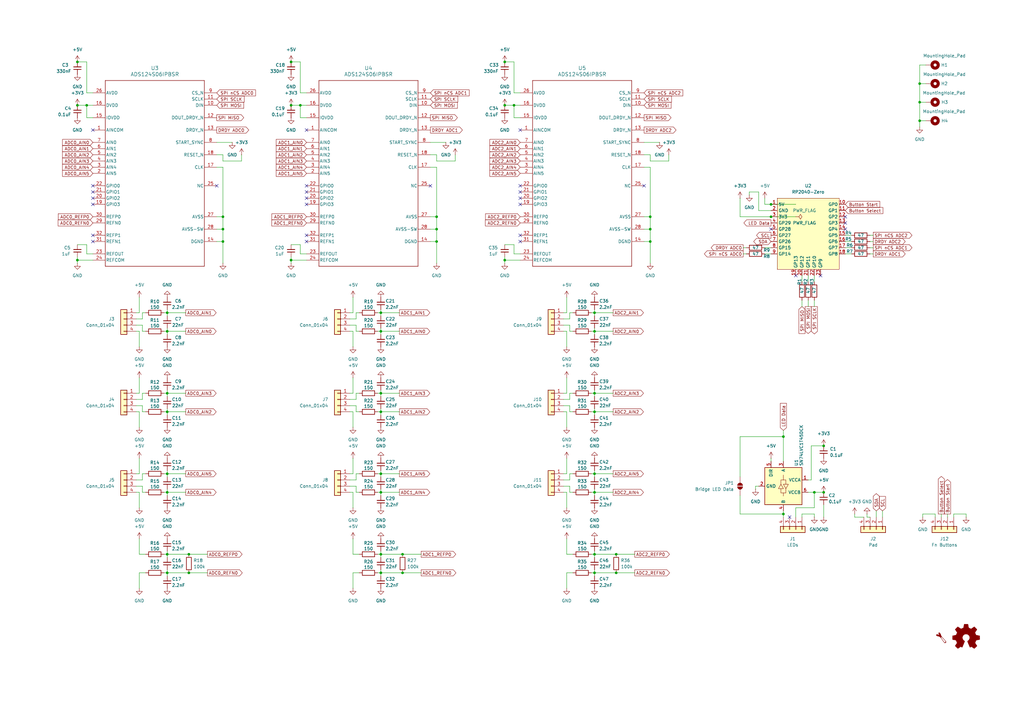
<source format=kicad_sch>
(kicad_sch (version 20250114) (generator "eeschema") (generator_version "9.0")
  (paper "A3")
  (title_block (title "DanceConIO") (date "2025-05-11") (rev "1") (company "ravinrabbid"))
  (junction (at 156.21 128.27))
  (junction (at 156.21 161.29))
  (junction (at 207.01 106.68))
  (junction (at 91.44 99.06))
  (junction (at 243.84 168.91))
  (junction (at 243.84 234.95))
  (junction (at 77.47 234.95))
  (junction (at 119.38 25.4))
  (junction (at 68.58 234.95))
  (junction (at 91.44 93.98))
  (junction (at 91.44 88.9))
  (junction (at 207.01 25.4))
  (junction (at 266.7 88.9))
  (junction (at 156.21 194.31))
  (junction (at 337.82 182.88))
  (junction (at 243.84 161.29))
  (junction (at 179.07 88.9))
  (junction (at 156.21 201.93))
  (junction (at 156.21 168.91))
  (junction (at 243.84 227.33))
  (junction (at 377.19 41.91))
  (junction (at 68.58 161.29))
  (junction (at 266.7 93.98))
  (junction (at 337.82 201.93))
  (junction (at 252.73 227.33))
  (junction (at 266.7 99.06))
  (junction (at 165.1 227.33))
  (junction (at 156.21 234.95))
  (junction (at 68.58 194.31))
  (junction (at 156.21 135.89))
  (junction (at 68.58 227.33))
  (junction (at 207.01 43.18))
  (junction (at 243.84 201.93))
  (junction (at 68.58 168.91))
  (junction (at 119.38 106.68))
  (junction (at 377.19 49.53))
  (junction (at 316.23 88.9))
  (junction (at 35.56 43.18))
  (junction (at 321.31 210.82))
  (junction (at 31.75 25.4))
  (junction (at 119.38 43.18))
  (junction (at 377.19 34.29))
  (junction (at 31.75 106.68))
  (junction (at 334.01 201.93))
  (junction (at 179.07 93.98))
  (junction (at 68.58 128.27))
  (junction (at 68.58 135.89))
  (junction (at 243.84 135.89))
  (junction (at 77.47 227.33))
  (junction (at 210.82 43.18))
  (junction (at 165.1 234.95))
  (junction (at 31.75 43.18))
  (junction (at 123.19 43.18))
  (junction (at 156.21 227.33))
  (junction (at 321.31 179.07))
  (junction (at 316.23 83.82))
  (junction (at 243.84 194.31))
  (junction (at 179.07 99.06))
  (junction (at 68.58 201.93))
  (junction (at 252.73 234.95))
  (junction (at 243.84 128.27))
  (no_connect (at 323.85 212.09))
  (no_connect (at 213.36 81.28))
  (no_connect (at 125.73 53.34))
  (no_connect (at 346.71 91.44))
  (no_connect (at 125.73 83.82))
  (no_connect (at 125.73 81.28))
  (no_connect (at 125.73 96.52))
  (no_connect (at 346.71 88.9))
  (no_connect (at 346.71 93.98))
  (no_connect (at 213.36 83.82))
  (no_connect (at 336.55 113.03))
  (no_connect (at 213.36 78.74))
  (no_connect (at 316.23 93.98))
  (no_connect (at 176.53 76.2))
  (no_connect (at 38.1 99.06))
  (no_connect (at 213.36 99.06))
  (no_connect (at 326.39 113.03))
  (no_connect (at 213.36 76.2))
  (no_connect (at 38.1 78.74))
  (no_connect (at 213.36 53.34))
  (no_connect (at 264.16 76.2))
  (no_connect (at 38.1 53.34))
  (no_connect (at 38.1 76.2))
  (no_connect (at 38.1 83.82))
  (no_connect (at 38.1 96.52))
  (no_connect (at 213.36 96.52))
  (no_connect (at 38.1 81.28))
  (no_connect (at 125.73 76.2))
  (no_connect (at 125.73 99.06))
  (no_connect (at 88.9 76.2))
  (no_connect (at 125.73 78.74))
  (wire (pts (xy 68.58 227.33) (xy 68.58 228.6)))
  (wire (pts (xy 156.21 128.27) (xy 163.83 128.27)))
  (wire (pts (xy 143.51 135.89) (xy 144.78 135.89)))
  (wire (pts (xy 119.38 106.68) (xy 125.73 106.68)))
  (wire (pts (xy 35.56 38.1) (xy 38.1 38.1)))
  (wire (pts (xy 337.82 212.09) (xy 337.82 207.01)))
  (wire (pts (xy 58.42 130.81) (xy 58.42 128.27)))
  (wire (pts (xy 303.53 88.9) (xy 316.23 88.9)))
  (wire (pts (xy 143.51 161.29) (xy 144.78 161.29)))
  (wire (pts (xy 156.21 201.93) (xy 156.21 203.2)))
  (wire (pts (xy 378.46 210.82) (xy 378.46 212.09)))
  (wire (pts (xy 243.84 194.31) (xy 251.46 194.31)))
  (wire (pts (xy 232.41 227.33) (xy 234.95 227.33)))
  (wire (pts (xy 176.53 68.58) (xy 179.07 68.58)))
  (wire (pts (xy 243.84 201.93) (xy 251.46 201.93)))
  (wire (pts (xy 266.7 99.06) (xy 266.7 107.95)))
  (wire (pts (xy 146.05 128.27) (xy 147.32 128.27)))
  (wire (pts (xy 57.15 201.93) (xy 57.15 208.28)))
  (wire (pts (xy 303.53 195.58) (xy 303.53 179.07)))
  (wire (pts (xy 57.15 241.3) (xy 57.15 234.95)))
  (wire (pts (xy 266.7 68.58) (xy 266.7 88.9)))
  (wire (pts (xy 143.51 168.91) (xy 144.78 168.91)))
  (wire (pts (xy 35.56 43.18) (xy 38.1 43.18)))
  (wire (pts (xy 207.01 105.41) (xy 207.01 106.68)))
  (wire (pts (xy 123.19 38.1) (xy 125.73 38.1)))
  (wire (pts (xy 77.47 234.95) (xy 85.09 234.95)))
  (wire (pts (xy 242.57 168.91) (xy 243.84 168.91)))
  (wire (pts (xy 156.21 168.91) (xy 156.21 170.18)))
  (wire (pts (xy 233.68 201.93) (xy 234.95 201.93)))
  (wire (pts (xy 207.01 100.33) (xy 210.82 100.33)))
  (wire (pts (xy 67.31 168.91) (xy 68.58 168.91)))
  (wire (pts (xy 264.16 93.98) (xy 266.7 93.98)))
  (wire (pts (xy 306.07 101.6) (xy 304.8 101.6)))
  (wire (pts (xy 176.53 88.9) (xy 179.07 88.9)))
  (wire (pts (xy 243.84 128.27) (xy 243.84 129.54)))
  (wire (pts (xy 233.68 196.85) (xy 233.68 194.31)))
  (wire (pts (xy 326.39 212.09) (xy 326.39 208.28)))
  (wire (pts (xy 68.58 161.29) (xy 68.58 162.56)))
  (wire (pts (xy 207.01 25.4) (xy 210.82 25.4)))
  (wire (pts (xy 143.51 166.37) (xy 146.05 166.37)))
  (wire (pts (xy 266.7 66.04) (xy 274.32 66.04)))
  (wire (pts (xy 55.88 166.37) (xy 58.42 166.37)))
  (wire (pts (xy 68.58 128.27) (xy 68.58 129.54)))
  (wire (pts (xy 146.05 201.93) (xy 147.32 201.93)))
  (wire (pts (xy 123.19 43.18) (xy 119.38 43.18)))
  (wire (pts (xy 383.54 210.82) (xy 383.54 212.09)))
  (wire (pts (xy 243.84 233.68) (xy 243.84 234.95)))
  (wire (pts (xy 156.21 128.27) (xy 156.21 129.54)))
  (wire (pts (xy 154.94 161.29) (xy 156.21 161.29)))
  (wire (pts (xy 361.95 212.09) (xy 361.95 209.55)))
  (wire (pts (xy 68.58 135.89) (xy 76.2 135.89)))
  (wire (pts (xy 326.39 83.82) (xy 316.23 83.82)))
  (wire (pts (xy 264.16 58.42) (xy 270.51 58.42)))
  (wire (pts (xy 232.41 234.95) (xy 234.95 234.95)))
  (wire (pts (xy 31.75 100.33) (xy 35.56 100.33)))
  (wire (pts (xy 67.31 135.89) (xy 68.58 135.89)))
  (wire (pts (xy 91.44 99.06) (xy 91.44 107.95)))
  (wire (pts (xy 303.53 203.2) (xy 303.53 210.82)))
  (wire (pts (xy 232.41 161.29) (xy 232.41 154.94)))
  (wire (pts (xy 346.71 99.06) (xy 349.25 99.06)))
  (wire (pts (xy 179.07 66.04) (xy 179.07 63.5)))
  (wire (pts (xy 266.7 66.04) (xy 266.7 63.5)))
  (wire (pts (xy 88.9 63.5) (xy 91.44 63.5)))
  (wire (pts (xy 58.42 194.31) (xy 59.69 194.31)))
  (wire (pts (xy 242.57 194.31) (xy 243.84 194.31)))
  (wire (pts (xy 311.15 78.74) (xy 307.34 78.74)))
  (wire (pts (xy 146.05 166.37) (xy 146.05 168.91)))
  (wire (pts (xy 154.94 227.33) (xy 156.21 227.33)))
  (wire (pts (xy 144.78 234.95) (xy 147.32 234.95)))
  (wire (pts (xy 68.58 201.93) (xy 68.58 203.2)))
  (wire (pts (xy 233.68 128.27) (xy 234.95 128.27)))
  (wire (pts (xy 58.42 133.35) (xy 58.42 135.89)))
  (wire (pts (xy 67.31 161.29) (xy 68.58 161.29)))
  (wire (pts (xy 31.75 25.4) (xy 35.56 25.4)))
  (wire (pts (xy 67.31 234.95) (xy 68.58 234.95)))
  (wire (pts (xy 57.15 128.27) (xy 57.15 121.92)))
  (wire (pts (xy 58.42 161.29) (xy 59.69 161.29)))
  (wire (pts (xy 179.07 93.98) (xy 179.07 99.06)))
  (wire (pts (xy 55.88 201.93) (xy 57.15 201.93)))
  (wire (pts (xy 210.82 104.14) (xy 213.36 104.14)))
  (wire (pts (xy 144.78 161.29) (xy 144.78 154.94)))
  (wire (pts (xy 242.57 234.95) (xy 243.84 234.95)))
  (wire (pts (xy 243.84 160.02) (xy 243.84 161.29)))
  (wire (pts (xy 35.56 104.14) (xy 38.1 104.14)))
  (wire (pts (xy 266.7 88.9) (xy 266.7 93.98)))
  (wire (pts (xy 252.73 227.33) (xy 260.35 227.33)))
  (wire (pts (xy 233.68 194.31) (xy 234.95 194.31)))
  (wire (pts (xy 350.52 212.09) (xy 354.33 212.09)))
  (wire (pts (xy 58.42 168.91) (xy 59.69 168.91)))
  (wire (pts (xy 99.06 66.04) (xy 99.06 63.5)))
  (wire (pts (xy 57.15 227.33) (xy 59.69 227.33)))
  (wire (pts (xy 377.19 49.53) (xy 377.19 52.07)))
  (wire (pts (xy 243.84 226.06) (xy 243.84 227.33)))
  (wire (pts (xy 68.58 128.27) (xy 76.2 128.27)))
  (wire (pts (xy 210.82 100.33) (xy 210.82 104.14)))
  (wire (pts (xy 144.78 201.93) (xy 144.78 208.28)))
  (wire (pts (xy 143.51 199.39) (xy 146.05 199.39)))
  (wire (pts (xy 55.88 194.31) (xy 57.15 194.31)))
  (wire (pts (xy 242.57 227.33) (xy 243.84 227.33)))
  (wire (pts (xy 328.93 115.57) (xy 328.93 113.03)))
  (wire (pts (xy 316.23 101.6) (xy 313.69 101.6)))
  (wire (pts (xy 91.44 66.04) (xy 91.44 63.5)))
  (wire (pts (xy 68.58 127) (xy 68.58 128.27)))
  (wire (pts (xy 146.05 163.83) (xy 146.05 161.29)))
  (wire (pts (xy 38.1 48.26) (xy 35.56 48.26)))
  (wire (pts (xy 55.88 168.91) (xy 57.15 168.91)))
  (wire (pts (xy 356.87 104.14) (xy 358.14 104.14)))
  (wire (pts (xy 68.58 233.68) (xy 68.58 234.95)))
  (wire (pts (xy 179.07 68.58) (xy 179.07 88.9)))
  (wire (pts (xy 331.47 115.57) (xy 331.47 113.03)))
  (wire (pts (xy 346.71 101.6) (xy 349.25 101.6)))
  (wire (pts (xy 68.58 134.62) (xy 68.58 135.89)))
  (wire (pts (xy 391.16 210.82) (xy 391.16 212.09)))
  (wire (pts (xy 144.78 227.33) (xy 147.32 227.33)))
  (wire (pts (xy 232.41 241.3) (xy 232.41 234.95)))
  (wire (pts (xy 346.71 96.52) (xy 349.25 96.52)))
  (wire (pts (xy 233.68 163.83) (xy 233.68 161.29)))
  (wire (pts (xy 143.51 128.27) (xy 144.78 128.27)))
  (wire (pts (xy 231.14 166.37) (xy 233.68 166.37)))
  (wire (pts (xy 210.82 43.18) (xy 207.01 43.18)))
  (wire (pts (xy 68.58 234.95) (xy 77.47 234.95)))
  (wire (pts (xy 144.78 241.3) (xy 144.78 234.95)))
  (wire (pts (xy 243.84 161.29) (xy 243.84 162.56)))
  (wire (pts (xy 326.39 208.28) (xy 334.01 208.28)))
  (wire (pts (xy 233.68 161.29) (xy 234.95 161.29)))
  (wire (pts (xy 146.05 196.85) (xy 146.05 194.31)))
  (wire (pts (xy 77.47 227.33) (xy 85.09 227.33)))
  (wire (pts (xy 57.15 220.98) (xy 57.15 227.33)))
  (wire (pts (xy 350.52 212.09) (xy 350.52 210.82)))
  (wire (pts (xy 243.84 135.89) (xy 243.84 137.16)))
  (wire (pts (xy 88.9 68.58) (xy 91.44 68.58)))
  (wire (pts (xy 176.53 93.98) (xy 179.07 93.98)))
  (wire (pts (xy 55.88 161.29) (xy 57.15 161.29)))
  (wire (pts (xy 233.68 135.89) (xy 234.95 135.89)))
  (wire (pts (xy 331.47 201.93) (xy 334.01 201.93)))
  (wire (pts (xy 334.01 115.57) (xy 334.01 113.03)))
  (wire (pts (xy 232.41 220.98) (xy 232.41 227.33)))
  (wire (pts (xy 55.88 196.85) (xy 58.42 196.85)))
  (wire (pts (xy 232.41 194.31) (xy 232.41 187.96)))
  (wire (pts (xy 156.21 226.06) (xy 156.21 227.33)))
  (wire (pts (xy 91.44 66.04) (xy 99.06 66.04)))
  (wire (pts (xy 377.19 34.29) (xy 379.73 34.29)))
  (wire (pts (xy 264.16 88.9) (xy 266.7 88.9)))
  (wire (pts (xy 68.58 193.04) (xy 68.58 194.31)))
  (wire (pts (xy 232.41 135.89) (xy 232.41 142.24)))
  (wire (pts (xy 119.38 100.33) (xy 123.19 100.33)))
  (wire (pts (xy 156.21 200.66) (xy 156.21 201.93)))
  (wire (pts (xy 231.14 133.35) (xy 233.68 133.35)))
  (wire (pts (xy 154.94 135.89) (xy 156.21 135.89)))
  (wire (pts (xy 243.84 227.33) (xy 252.73 227.33)))
  (wire (pts (xy 243.84 194.31) (xy 243.84 195.58)))
  (wire (pts (xy 231.14 196.85) (xy 233.68 196.85)))
  (wire (pts (xy 243.84 234.95) (xy 252.73 234.95)))
  (wire (pts (xy 231.14 199.39) (xy 233.68 199.39)))
  (wire (pts (xy 383.54 210.82) (xy 378.46 210.82)))
  (wire (pts (xy 243.84 168.91) (xy 251.46 168.91)))
  (wire (pts (xy 156.21 227.33) (xy 165.1 227.33)))
  (wire (pts (xy 55.88 133.35) (xy 58.42 133.35)))
  (wire (pts (xy 356.87 212.09) (xy 355.6 212.09)))
  (wire (pts (xy 68.58 168.91) (xy 68.58 170.18)))
  (wire (pts (xy 144.78 135.89) (xy 144.78 142.24)))
  (wire (pts (xy 144.78 194.31) (xy 144.78 187.96)))
  (wire (pts (xy 156.21 234.95) (xy 156.21 236.22)))
  (wire (pts (xy 264.16 63.5) (xy 266.7 63.5)))
  (wire (pts (xy 156.21 127) (xy 156.21 128.27)))
  (wire (pts (xy 210.82 25.4) (xy 210.82 38.1)))
  (wire (pts (xy 355.6 212.09) (xy 355.6 210.82)))
  (wire (pts (xy 55.88 130.81) (xy 58.42 130.81)))
  (wire (pts (xy 68.58 227.33) (xy 77.47 227.33)))
  (wire (pts (xy 68.58 161.29) (xy 76.2 161.29)))
  (wire (pts (xy 58.42 128.27) (xy 59.69 128.27)))
  (wire (pts (xy 232.41 201.93) (xy 232.41 208.28)))
  (wire (pts (xy 243.84 234.95) (xy 243.84 236.22)))
  (wire (pts (xy 146.05 133.35) (xy 146.05 135.89)))
  (wire (pts (xy 391.16 210.82) (xy 396.24 210.82)))
  (wire (pts (xy 154.94 201.93) (xy 156.21 201.93)))
  (wire (pts (xy 57.15 194.31) (xy 57.15 187.96)))
  (wire (pts (xy 243.84 200.66) (xy 243.84 201.93)))
  (wire (pts (xy 68.58 201.93) (xy 76.2 201.93)))
  (wire (pts (xy 242.57 161.29) (xy 243.84 161.29)))
  (wire (pts (xy 35.56 43.18) (xy 31.75 43.18)))
  (wire (pts (xy 143.51 133.35) (xy 146.05 133.35)))
  (wire (pts (xy 328.93 210.82) (xy 328.93 212.09)))
  (wire (pts (xy 146.05 130.81) (xy 146.05 128.27)))
  (wire (pts (xy 242.57 135.89) (xy 243.84 135.89)))
  (wire (pts (xy 68.58 234.95) (xy 68.58 236.22)))
  (wire (pts (xy 58.42 201.93) (xy 59.69 201.93)))
  (wire (pts (xy 274.32 66.04) (xy 274.32 63.5)))
  (wire (pts (xy 321.31 210.82) (xy 321.31 212.09)))
  (wire (pts (xy 316.23 104.14) (xy 313.69 104.14)))
  (wire (pts (xy 55.88 128.27) (xy 57.15 128.27)))
  (wire (pts (xy 356.87 101.6) (xy 358.14 101.6)))
  (wire (pts (xy 231.14 128.27) (xy 232.41 128.27)))
  (wire (pts (xy 119.38 106.68) (xy 119.38 107.95)))
  (wire (pts (xy 231.14 130.81) (xy 233.68 130.81)))
  (wire (pts (xy 143.51 194.31) (xy 144.78 194.31)))
  (wire (pts (xy 243.84 168.91) (xy 243.84 170.18)))
  (wire (pts (xy 231.14 161.29) (xy 232.41 161.29)))
  (wire (pts (xy 231.14 201.93) (xy 232.41 201.93)))
  (wire (pts (xy 55.88 135.89) (xy 57.15 135.89)))
  (wire (pts (xy 231.14 163.83) (xy 233.68 163.83)))
  (wire (pts (xy 264.16 99.06) (xy 266.7 99.06)))
  (wire (pts (xy 123.19 43.18) (xy 123.19 48.26)))
  (wire (pts (xy 119.38 25.4) (xy 123.19 25.4)))
  (wire (pts (xy 179.07 66.04) (xy 186.69 66.04)))
  (wire (pts (xy 210.82 43.18) (xy 210.82 48.26)))
  (wire (pts (xy 303.53 81.28) (xy 303.53 88.9)))
  (wire (pts (xy 210.82 43.18) (xy 213.36 43.18)))
  (wire (pts (xy 303.53 179.07) (xy 321.31 179.07)))
  (wire (pts (xy 377.19 41.91) (xy 377.19 49.53)))
  (wire (pts (xy 396.24 210.82) (xy 396.24 212.09)))
  (wire (pts (xy 156.21 227.33) (xy 156.21 228.6)))
  (wire (pts (xy 207.01 106.68) (xy 213.36 106.68)))
  (wire (pts (xy 233.68 133.35) (xy 233.68 135.89)))
  (wire (pts (xy 144.78 128.27) (xy 144.78 121.92)))
  (wire (pts (xy 88.9 99.06) (xy 91.44 99.06)))
  (wire (pts (xy 328.93 125.73) (xy 328.93 123.19)))
  (wire (pts (xy 242.57 128.27) (xy 243.84 128.27)))
  (wire (pts (xy 252.73 234.95) (xy 260.35 234.95)))
  (wire (pts (xy 67.31 227.33) (xy 68.58 227.33)))
  (wire (pts (xy 331.47 125.73) (xy 331.47 123.19)))
  (wire (pts (xy 356.87 99.06) (xy 358.14 99.06)))
  (wire (pts (xy 266.7 93.98) (xy 266.7 99.06)))
  (wire (pts (xy 377.19 41.91) (xy 379.73 41.91)))
  (wire (pts (xy 144.78 220.98) (xy 144.78 227.33)))
  (wire (pts (xy 328.93 210.82) (xy 334.01 210.82)))
  (wire (pts (xy 313.69 83.82) (xy 316.23 83.82)))
  (wire (pts (xy 156.21 201.93) (xy 163.83 201.93)))
  (wire (pts (xy 58.42 166.37) (xy 58.42 168.91)))
  (wire (pts (xy 306.07 104.14) (xy 304.8 104.14)))
  (wire (pts (xy 68.58 160.02) (xy 68.58 161.29)))
  (wire (pts (xy 154.94 234.95) (xy 156.21 234.95)))
  (wire (pts (xy 154.94 194.31) (xy 156.21 194.31)))
  (wire (pts (xy 334.01 125.73) (xy 334.01 123.19)))
  (wire (pts (xy 68.58 200.66) (xy 68.58 201.93)))
  (wire (pts (xy 165.1 227.33) (xy 172.72 227.33)))
  (wire (pts (xy 233.68 199.39) (xy 233.68 201.93)))
  (wire (pts (xy 264.16 68.58) (xy 266.7 68.58)))
  (wire (pts (xy 176.53 58.42) (xy 182.88 58.42)))
  (wire (pts (xy 156.21 161.29) (xy 163.83 161.29)))
  (wire (pts (xy 143.51 201.93) (xy 144.78 201.93)))
  (wire (pts (xy 156.21 194.31) (xy 163.83 194.31)))
  (wire (pts (xy 377.19 26.67) (xy 377.19 34.29)))
  (wire (pts (xy 243.84 167.64) (xy 243.84 168.91)))
  (wire (pts (xy 57.15 135.89) (xy 57.15 142.24)))
  (wire (pts (xy 321.31 209.55) (xy 321.31 210.82)))
  (wire (pts (xy 231.14 135.89) (xy 232.41 135.89)))
  (wire (pts (xy 67.31 128.27) (xy 68.58 128.27)))
  (wire (pts (xy 35.56 100.33) (xy 35.56 104.14)))
  (wire (pts (xy 67.31 201.93) (xy 68.58 201.93)))
  (wire (pts (xy 67.31 194.31) (xy 68.58 194.31)))
  (wire (pts (xy 91.44 68.58) (xy 91.44 88.9)))
  (wire (pts (xy 359.41 212.09) (xy 359.41 209.55)))
  (wire (pts (xy 156.21 161.29) (xy 156.21 162.56)))
  (wire (pts (xy 334.01 208.28) (xy 334.01 201.93)))
  (wire (pts (xy 311.15 86.36) (xy 316.23 86.36)))
  (wire (pts (xy 186.69 66.04) (xy 186.69 63.5)))
  (wire (pts (xy 123.19 25.4) (xy 123.19 38.1)))
  (wire (pts (xy 307.34 78.74) (xy 307.34 80.01)))
  (wire (pts (xy 233.68 130.81) (xy 233.68 128.27)))
  (wire (pts (xy 57.15 161.29) (xy 57.15 154.94)))
  (wire (pts (xy 243.84 193.04) (xy 243.84 194.31)))
  (wire (pts (xy 243.84 127) (xy 243.84 128.27)))
  (wire (pts (xy 179.07 99.06) (xy 179.07 107.95)))
  (wire (pts (xy 125.73 48.26) (xy 123.19 48.26)))
  (wire (pts (xy 156.21 135.89) (xy 156.21 137.16)))
  (wire (pts (xy 311.15 86.36) (xy 311.15 78.74)))
  (wire (pts (xy 179.07 88.9) (xy 179.07 93.98)))
  (wire (pts (xy 207.01 106.68) (xy 207.01 107.95)))
  (wire (pts (xy 68.58 194.31) (xy 76.2 194.31)))
  (wire (pts (xy 243.84 134.62) (xy 243.84 135.89)))
  (wire (pts (xy 156.21 233.68) (xy 156.21 234.95)))
  (wire (pts (xy 68.58 167.64) (xy 68.58 168.91)))
  (wire (pts (xy 154.94 168.91) (xy 156.21 168.91)))
  (wire (pts (xy 31.75 106.68) (xy 31.75 107.95)))
  (wire (pts (xy 88.9 58.42) (xy 95.25 58.42)))
  (wire (pts (xy 311.15 199.39) (xy 309.88 199.39)))
  (wire (pts (xy 57.15 168.91) (xy 57.15 175.26)))
  (wire (pts (xy 316.23 187.96) (xy 316.23 189.23)))
  (wire (pts (xy 321.31 176.53) (xy 321.31 179.07)))
  (wire (pts (xy 156.21 168.91) (xy 163.83 168.91)))
  (wire (pts (xy 58.42 199.39) (xy 58.42 201.93)))
  (wire (pts (xy 68.58 194.31) (xy 68.58 195.58)))
  (wire (pts (xy 68.58 226.06) (xy 68.58 227.33)))
  (wire (pts (xy 123.19 100.33) (xy 123.19 104.14)))
  (wire (pts (xy 386.08 210.82) (xy 386.08 212.09)))
  (wire (pts (xy 88.9 88.9) (xy 91.44 88.9)))
  (wire (pts (xy 55.88 199.39) (xy 58.42 199.39)))
  (wire (pts (xy 143.51 130.81) (xy 146.05 130.81)))
  (wire (pts (xy 309.88 199.39) (xy 309.88 200.66)))
  (wire (pts (xy 91.44 93.98) (xy 91.44 99.06)))
  (wire (pts (xy 176.53 63.5) (xy 179.07 63.5)))
  (wire (pts (xy 156.21 134.62) (xy 156.21 135.89)))
  (wire (pts (xy 35.56 25.4) (xy 35.56 38.1)))
  (wire (pts (xy 377.19 34.29) (xy 377.19 41.91)))
  (wire (pts (xy 332.74 196.85) (xy 331.47 196.85)))
  (wire (pts (xy 146.05 135.89) (xy 147.32 135.89)))
  (wire (pts (xy 334.01 201.93) (xy 337.82 201.93)))
  (wire (pts (xy 243.84 128.27) (xy 251.46 128.27)))
  (wire (pts (xy 35.56 43.18) (xy 35.56 48.26)))
  (wire (pts (xy 68.58 135.89) (xy 68.58 137.16)))
  (wire (pts (xy 210.82 38.1) (xy 213.36 38.1)))
  (wire (pts (xy 58.42 163.83) (xy 58.42 161.29)))
  (wire (pts (xy 377.19 26.67) (xy 379.73 26.67)))
  (wire (pts (xy 332.74 182.88) (xy 337.82 182.88)))
  (wire (pts (xy 233.68 168.91) (xy 234.95 168.91)))
  (wire (pts (xy 233.68 166.37) (xy 233.68 168.91)))
  (wire (pts (xy 176.53 99.06) (xy 179.07 99.06)))
  (wire (pts (xy 55.88 163.83) (xy 58.42 163.83)))
  (wire (pts (xy 123.19 104.14) (xy 125.73 104.14)))
  (wire (pts (xy 144.78 168.91) (xy 144.78 175.26)))
  (wire (pts (xy 377.19 49.53) (xy 379.73 49.53)))
  (wire (pts (xy 119.38 105.41) (xy 119.38 106.68)))
  (wire (pts (xy 68.58 168.91) (xy 76.2 168.91)))
  (wire (pts (xy 388.62 210.82) (xy 388.62 212.09)))
  (wire (pts (xy 156.21 135.89) (xy 163.83 135.89)))
  (wire (pts (xy 143.51 163.83) (xy 146.05 163.83)))
  (wire (pts (xy 91.44 88.9) (xy 91.44 93.98)))
  (wire (pts (xy 346.71 104.14) (xy 349.25 104.14)))
  (wire (pts (xy 334.01 210.82) (xy 334.01 212.09)))
  (wire (pts (xy 243.84 161.29) (xy 251.46 161.29)))
  (wire (pts (xy 146.05 194.31) (xy 147.32 194.31)))
  (wire (pts (xy 154.94 128.27) (xy 156.21 128.27)))
  (wire (pts (xy 165.1 234.95) (xy 172.72 234.95)))
  (wire (pts (xy 243.84 135.89) (xy 251.46 135.89)))
  (wire (pts (xy 58.42 135.89) (xy 59.69 135.89)))
  (wire (pts (xy 231.14 194.31) (xy 232.41 194.31)))
  (wire (pts (xy 156.21 160.02) (xy 156.21 161.29)))
  (wire (pts (xy 213.36 48.26) (xy 210.82 48.26)))
  (wire (pts (xy 31.75 106.68) (xy 38.1 106.68)))
  (wire (pts (xy 313.69 83.82) (xy 313.69 81.28)))
  (wire (pts (xy 332.74 182.88) (xy 332.74 196.85)))
  (wire (pts (xy 232.41 168.91) (xy 232.41 175.26)))
  (wire (pts (xy 156.21 193.04) (xy 156.21 194.31)))
  (wire (pts (xy 146.05 199.39) (xy 146.05 201.93)))
  (wire (pts (xy 243.84 227.33) (xy 243.84 228.6)))
  (wire (pts (xy 156.21 194.31) (xy 156.21 195.58)))
  (wire (pts (xy 58.42 196.85) (xy 58.42 194.31)))
  (wire (pts (xy 156.21 167.64) (xy 156.21 168.91)))
  (wire (pts (xy 321.31 179.07) (xy 321.31 189.23)))
  (wire (pts (xy 326.39 88.9) (xy 316.23 88.9)))
  (wire (pts (xy 231.14 168.91) (xy 232.41 168.91)))
  (wire (pts (xy 31.75 105.41) (xy 31.75 106.68)))
  (wire (pts (xy 156.21 234.95) (xy 165.1 234.95)))
  (wire (pts (xy 243.84 201.93) (xy 243.84 203.2)))
  (wire (pts (xy 146.05 168.91) (xy 147.32 168.91)))
  (wire (pts (xy 356.87 96.52) (xy 358.14 96.52)))
  (wire (pts (xy 303.53 210.82) (xy 321.31 210.82)))
  (wire (pts (xy 88.9 93.98) (xy 91.44 93.98)))
  (wire (pts (xy 146.05 161.29) (xy 147.32 161.29)))
  (wire (pts (xy 143.51 196.85) (xy 146.05 196.85)))
  (wire (pts (xy 123.19 43.18) (xy 125.73 43.18)))
  (wire (pts (xy 232.41 128.27) (xy 232.41 121.92)))
  (wire (pts (xy 57.15 234.95) (xy 59.69 234.95)))
  (wire (pts (xy 242.57 201.93) (xy 243.84 201.93)))
  (global_label "SPI SCLK" (shape input) (at 88.9 40.64 0) (property "Intersheetrefs" "${INTERSHEET_REFS}" (effects (hide yes))))
  (global_label "Button Select" (shape output) (at 386.08 210.82 90) (property "Intersheetrefs" "${INTERSHEET_REFS}" (effects (hide yes))))
  (global_label "SPI nCS ADC0" (shape input) (at 88.9 38.1 0) (property "Intersheetrefs" "${INTERSHEET_REFS}" (effects (hide yes))))
  (global_label "SPI MOSI" (shape input) (at 88.9 43.18 0) (property "Intersheetrefs" "${INTERSHEET_REFS}" (effects (hide yes))))
  (global_label "ADC2_AIN0" (shape input) (at 213.36 58.42 180) (property "Intersheetrefs" "${INTERSHEET_REFS}" (effects (hide yes))))
  (global_label "DRDY ADC2" (shape output) (at 358.14 99.06 0) (property "Intersheetrefs" "${INTERSHEET_REFS}" (effects (hide yes))))
  (global_label "SPI nCS ADC1" (shape input) (at 176.53 38.1 0) (property "Intersheetrefs" "${INTERSHEET_REFS}" (effects (hide yes))))
  (global_label "ADC1_REFN0" (shape output) (at 172.72 234.95 0) (property "Intersheetrefs" "${INTERSHEET_REFS}" (effects (hide yes))))
  (global_label "ADC1_AIN0" (shape input) (at 125.73 58.42 180) (property "Intersheetrefs" "${INTERSHEET_REFS}" (effects (hide yes))))
  (global_label "ADC2_AIN3" (shape output) (at 251.46 161.29 0) (property "Intersheetrefs" "${INTERSHEET_REFS}" (effects (hide yes))))
  (global_label "ADC1_AIN3" (shape input) (at 125.73 66.04 180) (property "Intersheetrefs" "${INTERSHEET_REFS}" (effects (hide yes))))
  (global_label "DRDY ADC1" (shape output) (at 358.14 104.14 0) (property "Intersheetrefs" "${INTERSHEET_REFS}" (effects (hide yes))))
  (global_label "ADC1_AIN2" (shape input) (at 125.73 63.5 180) (property "Intersheetrefs" "${INTERSHEET_REFS}" (effects (hide yes))))
  (global_label "SPI MISO" (shape input) (at 328.93 125.73 270) (property "Intersheetrefs" "${INTERSHEET_REFS}" (effects (hide yes))))
  (global_label "ADC0_AIN2" (shape input) (at 38.1 63.5 180) (property "Intersheetrefs" "${INTERSHEET_REFS}" (effects (hide yes))))
  (global_label "SDA" (shape bidirectional) (at 316.23 99.06 180) (property "Intersheetrefs" "${INTERSHEET_REFS}" (effects (hide yes))))
  (global_label "ADC0_REFN0" (shape input) (at 38.1 91.44 180) (property "Intersheetrefs" "${INTERSHEET_REFS}" (effects (hide yes))))
  (global_label "Button Select" (shape input) (at 346.71 86.36 0) (property "Intersheetrefs" "${INTERSHEET_REFS}" (effects (hide yes))))
  (global_label "Button Start" (shape input) (at 346.71 83.82 0) (property "Intersheetrefs" "${INTERSHEET_REFS}" (effects (hide yes))))
  (global_label "ADC2_REFP0" (shape input) (at 213.36 88.9 180) (property "Intersheetrefs" "${INTERSHEET_REFS}" (effects (hide yes))))
  (global_label "SPI MISO" (shape output) (at 176.53 48.26 0) (property "Intersheetrefs" "${INTERSHEET_REFS}" (effects (hide yes))))
  (global_label "ADC2_AIN3" (shape input) (at 213.36 66.04 180) (property "Intersheetrefs" "${INTERSHEET_REFS}" (effects (hide yes))))
  (global_label "ADC2_REFP0" (shape output) (at 260.35 227.33 0) (property "Intersheetrefs" "${INTERSHEET_REFS}" (effects (hide yes))))
  (global_label "ADC2_AIN0" (shape output) (at 251.46 135.89 0) (property "Intersheetrefs" "${INTERSHEET_REFS}" (effects (hide yes))))
  (global_label "ADC1_AIN5" (shape input) (at 125.73 71.12 180) (property "Intersheetrefs" "${INTERSHEET_REFS}" (effects (hide yes))))
  (global_label "SPI nCS ADC1" (shape output) (at 358.14 101.6 0) (property "Intersheetrefs" "${INTERSHEET_REFS}" (effects (hide yes))))
  (global_label "ADC1_REFP0" (shape output) (at 172.72 227.33 0) (property "Intersheetrefs" "${INTERSHEET_REFS}" (effects (hide yes))))
  (global_label "DRDY ADC1" (shape output) (at 176.53 53.34 0) (property "Intersheetrefs" "${INTERSHEET_REFS}" (effects (hide yes))))
  (global_label "ADC0_AIN0" (shape input) (at 38.1 58.42 180) (property "Intersheetrefs" "${INTERSHEET_REFS}" (effects (hide yes))))
  (global_label "ADC2_REFN0" (shape input) (at 213.36 91.44 180) (property "Intersheetrefs" "${INTERSHEET_REFS}" (effects (hide yes))))
  (global_label "ADC0_AIN3" (shape output) (at 76.2 161.29 0) (property "Intersheetrefs" "${INTERSHEET_REFS}" (effects (hide yes))))
  (global_label "SPI nCS ADC0" (shape output) (at 304.8 104.14 180) (property "Intersheetrefs" "${INTERSHEET_REFS}" (effects (hide yes))))
  (global_label "ADC2_AIN4" (shape output) (at 251.46 201.93 0) (property "Intersheetrefs" "${INTERSHEET_REFS}" (effects (hide yes))))
  (global_label "SPI SCLK" (shape input) (at 264.16 40.64 0) (property "Intersheetrefs" "${INTERSHEET_REFS}" (effects (hide yes))))
  (global_label "SPI MISO" (shape output) (at 264.16 48.26 0) (property "Intersheetrefs" "${INTERSHEET_REFS}" (effects (hide yes))))
  (global_label "ADC2_AIN5" (shape input) (at 213.36 71.12 180) (property "Intersheetrefs" "${INTERSHEET_REFS}" (effects (hide yes))))
  (global_label "ADC1_REFP0" (shape input) (at 125.73 88.9 180) (property "Intersheetrefs" "${INTERSHEET_REFS}" (effects (hide yes))))
  (global_label "ADC0_REFP0" (shape input) (at 38.1 88.9 180) (property "Intersheetrefs" "${INTERSHEET_REFS}" (effects (hide yes))))
  (global_label "SPI MISO" (shape output) (at 88.9 48.26 0) (property "Intersheetrefs" "${INTERSHEET_REFS}" (effects (hide yes))))
  (global_label "ADC2_REFN0" (shape output) (at 260.35 234.95 0) (property "Intersheetrefs" "${INTERSHEET_REFS}" (effects (hide yes))))
  (global_label "ADC0_AIN4" (shape input) (at 38.1 68.58 180) (property "Intersheetrefs" "${INTERSHEET_REFS}" (effects (hide yes))))
  (global_label "SPI SCLK" (shape output) (at 334.01 125.73 270) (property "Intersheetrefs" "${INTERSHEET_REFS}" (effects (hide yes))))
  (global_label "ADC1_AIN2" (shape output) (at 163.83 168.91 0) (property "Intersheetrefs" "${INTERSHEET_REFS}" (effects (hide yes))))
  (global_label "ADC0_AIN2" (shape output) (at 76.2 168.91 0) (property "Intersheetrefs" "${INTERSHEET_REFS}" (effects (hide yes))))
  (global_label "ADC0_AIN1" (shape output) (at 76.2 128.27 0) (property "Intersheetrefs" "${INTERSHEET_REFS}" (effects (hide yes))))
  (global_label "Button Start" (shape output) (at 388.62 210.82 90) (property "Intersheetrefs" "${INTERSHEET_REFS}" (effects (hide yes))))
  (global_label "ADC2_AIN4" (shape input) (at 213.36 68.58 180) (property "Intersheetrefs" "${INTERSHEET_REFS}" (effects (hide yes))))
  (global_label "DRDY ADC0" (shape output) (at 304.8 101.6 180) (property "Intersheetrefs" "${INTERSHEET_REFS}" (effects (hide yes))))
  (global_label "ADC2_AIN2" (shape output) (at 251.46 168.91 0) (property "Intersheetrefs" "${INTERSHEET_REFS}" (effects (hide yes))))
  (global_label "ADC0_AIN5" (shape input) (at 38.1 71.12 180) (property "Intersheetrefs" "${INTERSHEET_REFS}" (effects (hide yes))))
  (global_label "ADC2_AIN5" (shape output) (at 251.46 194.31 0) (property "Intersheetrefs" "${INTERSHEET_REFS}" (effects (hide yes))))
  (global_label "ADC2_AIN2" (shape input) (at 213.36 63.5 180) (property "Intersheetrefs" "${INTERSHEET_REFS}" (effects (hide yes))))
  (global_label "ADC0_REFP0" (shape output) (at 85.09 227.33 0) (property "Intersheetrefs" "${INTERSHEET_REFS}" (effects (hide yes))))
  (global_label "ADC0_AIN1" (shape input) (at 38.1 60.96 180) (property "Intersheetrefs" "${INTERSHEET_REFS}" (effects (hide yes))))
  (global_label "ADC0_AIN5" (shape output) (at 76.2 194.31 0) (property "Intersheetrefs" "${INTERSHEET_REFS}" (effects (hide yes))))
  (global_label "ADC1_AIN1" (shape output) (at 163.83 128.27 0) (property "Intersheetrefs" "${INTERSHEET_REFS}" (effects (hide yes))))
  (global_label "ADC0_REFN0" (shape output) (at 85.09 234.95 0) (property "Intersheetrefs" "${INTERSHEET_REFS}" (effects (hide yes))))
  (global_label "ADC0_AIN0" (shape output) (at 76.2 135.89 0) (property "Intersheetrefs" "${INTERSHEET_REFS}" (effects (hide yes))))
  (global_label "ADC0_AIN3" (shape input) (at 38.1 66.04 180) (property "Intersheetrefs" "${INTERSHEET_REFS}" (effects (hide yes))))
  (global_label "ADC0_AIN4" (shape output) (at 76.2 201.93 0) (property "Intersheetrefs" "${INTERSHEET_REFS}" (effects (hide yes))))
  (global_label "SPI nCS ADC2" (shape output) (at 358.14 96.52 0) (property "Intersheetrefs" "${INTERSHEET_REFS}" (effects (hide yes))))
  (global_label "ADC1_REFN0" (shape input) (at 125.73 91.44 180) (property "Intersheetrefs" "${INTERSHEET_REFS}" (effects (hide yes))))
  (global_label "ADC1_AIN5" (shape output) (at 163.83 194.31 0) (property "Intersheetrefs" "${INTERSHEET_REFS}" (effects (hide yes))))
  (global_label "ADC1_AIN1" (shape input) (at 125.73 60.96 180) (property "Intersheetrefs" "${INTERSHEET_REFS}" (effects (hide yes))))
  (global_label "SPI SCLK" (shape input) (at 176.53 40.64 0) (property "Intersheetrefs" "${INTERSHEET_REFS}" (effects (hide yes))))
  (global_label "SDA" (shape bidirectional) (at 359.41 209.55 90) (property "Intersheetrefs" "${INTERSHEET_REFS}" (effects (hide yes))))
  (global_label "ADC1_AIN4" (shape output) (at 163.83 201.93 0) (property "Intersheetrefs" "${INTERSHEET_REFS}" (effects (hide yes))))
  (global_label "SPI MOSI" (shape input) (at 264.16 43.18 0) (property "Intersheetrefs" "${INTERSHEET_REFS}" (effects (hide yes))))
  (global_label "DRDY ADC2" (shape output) (at 264.16 53.34 0) (property "Intersheetrefs" "${INTERSHEET_REFS}" (effects (hide yes))))
  (global_label "SPI nCS ADC2" (shape input) (at 264.16 38.1 0) (property "Intersheetrefs" "${INTERSHEET_REFS}" (effects (hide yes))))
  (global_label "DRDY ADC0" (shape output) (at 88.9 53.34 0) (property "Intersheetrefs" "${INTERSHEET_REFS}" (effects (hide yes))))
  (global_label "SCL" (shape output) (at 316.23 96.52 180) (property "Intersheetrefs" "${INTERSHEET_REFS}" (effects (hide yes))))
  (global_label "ADC1_AIN3" (shape output) (at 163.83 161.29 0) (property "Intersheetrefs" "${INTERSHEET_REFS}" (effects (hide yes))))
  (global_label "LED Data" (shape output) (at 316.23 91.44 180) (property "Intersheetrefs" "${INTERSHEET_REFS}" (effects (hide yes))))
  (global_label "SPI MOSI" (shape input) (at 176.53 43.18 0) (property "Intersheetrefs" "${INTERSHEET_REFS}" (effects (hide yes))))
  (global_label "ADC1_AIN4" (shape input) (at 125.73 68.58 180) (property "Intersheetrefs" "${INTERSHEET_REFS}" (effects (hide yes))))
  (global_label "SPI MOSI" (shape output) (at 331.47 125.73 270) (property "Intersheetrefs" "${INTERSHEET_REFS}" (effects (hide yes))))
  (global_label "ADC2_AIN1" (shape input) (at 213.36 60.96 180) (property "Intersheetrefs" "${INTERSHEET_REFS}" (effects (hide yes))))
  (global_label "SCL" (shape input) (at 361.95 209.55 90) (property "Intersheetrefs" "${INTERSHEET_REFS}" (effects (hide yes))))
  (global_label "ADC1_AIN0" (shape output) (at 163.83 135.89 0) (property "Intersheetrefs" "${INTERSHEET_REFS}" (effects (hide yes))))
  (global_label "LED Data" (shape input) (at 321.31 176.53 90) (property "Intersheetrefs" "${INTERSHEET_REFS}" (effects (hide yes))))
  (global_label "ADC2_AIN1" (shape output) (at 251.46 128.27 0) (property "Intersheetrefs" "${INTERSHEET_REFS}" (effects (hide yes))))
  (symbol (lib_id "Device:C_Small") (at 207.01 45.72 0) (mirror x) (unit 1)
    (property "Reference" "C34" (at 204.47 44.45 0) (effects (justify right)))
    (property "Value" "0.1uF" (at 204.47 46.99 0) (effects (justify right)))
    (property "Footprint" "Capacitor_SMD:C_0805_2012Metric_Pad1.18x1.45mm_HandSolder" (effects (hide yes)))
    (property "Description" "Unpolarized capacitor, small symbol" (effects (hide yes)))
  )
  (symbol (lib_id "power:GND") (at 179.07 107.95 0) (unit 1)
    (property "Reference" "#PWR059" (effects (hide yes)))
    (property "Value" "GND" (at 179.07 113.03 0))
    (property "Description" "Power symbol creates a global label with name \"GND\" , ground" (effects (hide yes)))
  )
  (symbol (lib_id "power:GND") (at 307.34 80.01 0) (mirror y) (unit 1)
    (property "Reference" "#PWR02" (effects (hide yes)))
    (property "Value" "GND" (at 307.34 85.09 0))
    (property "Description" "Power symbol creates a global label with name \"GND\" , ground" (effects (hide yes)))
  )
  (symbol (lib_id "Mechanical:MountingHole_Pad") (at 382.27 34.29 270) (unit 1)
    (property "Reference" "H2" (at 387.35 34.29 90))
    (property "Value" "MountingHole_Pad" (at 387.35 30.48 90))
    (property "Footprint" "MountingHole:MountingHole_4.5mm_Pad_TopOnly" (effects (hide yes)))
  )
  (symbol (lib_id "power:GND") (at 309.88 200.66 0) (unit 1)
    (property "Reference" "#PWR04" (effects (hide yes)))
    (property "Value" "GND" (at 309.88 205.74 0))
    (property "Description" "Power symbol creates a global label with name \"GND\" , ground" (effects (hide yes)))
  )
  (symbol (lib_id "power:GND") (at 156.21 220.98 180) (unit 1)
    (property "Reference" "#PWR057" (effects (hide yes)))
    (property "Value" "GND" (at 156.21 215.9 0))
    (property "Description" "Power symbol creates a global label with name \"GND\" , ground" (effects (hide yes)))
  )
  (symbol (lib_id "power:PWR_FLAG") (at 326.39 83.82 270) (mirror x) (unit 1)
    (property "Reference" "#FLG01" (effects (hide yes)))
    (property "Value" "PWR_FLAG" (at 325.12 86.36 90) (effects (justify left)))
  )
  (symbol (lib_id "Device:R") (at 63.5 128.27 90) (unit 1)
    (property "Reference" "R10" (at 63.5 123.698 90))
    (property "Value" "150" (at 63.5 125.984 90))
    (property "Footprint" "Resistor_SMD:R_0805_2012Metric_Pad1.20x1.40mm_HandSolder" (effects (hide yes)))
  )
  (symbol (lib_id "power:GND") (at 68.58 187.96 180) (unit 1)
    (property "Reference" "#PWR031" (effects (hide yes)))
    (property "Value" "GND" (at 68.58 182.88 0))
    (property "Description" "Power symbol creates a global label with name \"GND\" , ground" (effects (hide yes)))
  )
  (symbol (lib_id "CustomLogos:Leek") (at 386.08 261.62 0) (unit 1) (exclude_from_sim yes) (in_bom no) (on_board no)
    (property "Reference" "#SYM2" (effects (hide yes)))
    (property "Value" "Leek" (effects (hide yes)))
  )
  (symbol (lib_id "power:+5V") (at 31.75 25.4 0) (mirror y) (unit 1)
    (property "Reference" "#PWR014" (effects (hide yes)))
    (property "Value" "+5V" (at 31.75 20.32 0))
    (property "Description" "Power symbol creates a global label with name \"+5V\"" (effects (hide yes)))
  )
  (symbol (lib_id "Device:C_Small") (at 243.84 205.74 0) (mirror x) (unit 1)
    (property "Reference" "C44" (at 249.682 204.47 0) (effects (justify right)))
    (property "Value" "2.2nF" (at 251.206 207.01 0) (effects (justify right)))
    (property "Footprint" "Capacitor_SMD:C_0805_2012Metric_Pad1.18x1.45mm_HandSolder" (effects (hide yes)))
    (property "Description" "Unpolarized capacitor, small symbol" (effects (hide yes)))
  )
  (symbol (lib_id "power:GND") (at 243.84 154.94 180) (unit 1)
    (property "Reference" "#PWR077" (effects (hide yes)))
    (property "Value" "GND" (at 243.84 149.86 0))
    (property "Description" "Power symbol creates a global label with name \"GND\" , ground" (effects (hide yes)))
  )
  (symbol (lib_id "Device:C_Small") (at 156.21 231.14 0) (mirror x) (unit 1)
    (property "Reference" "C31" (at 162.052 229.87 0) (effects (justify right)))
    (property "Value" "22nF" (at 163.068 232.41 0) (effects (justify right)))
    (property "Footprint" "Capacitor_SMD:C_0805_2012Metric_Pad1.18x1.45mm_HandSolder" (effects (hide yes)))
    (property "Description" "Unpolarized capacitor, small symbol" (effects (hide yes)))
  )
  (symbol (lib_id "Device:R") (at 63.5 201.93 90) (unit 1)
    (property "Reference" "R15" (at 63.5 197.358 90))
    (property "Value" "150" (at 63.5 199.644 90))
    (property "Footprint" "Resistor_SMD:R_0805_2012Metric_Pad1.20x1.40mm_HandSolder" (effects (hide yes)))
  )
  (symbol (lib_id "power:+3V3") (at 350.52 210.82 0) (unit 1)
    (property "Reference" "#PWR013" (effects (hide yes)))
    (property "Value" "+3V3" (at 350.52 205.74 0))
    (property "Description" "Power symbol creates a global label with name \"+3V3\"" (effects (hide yes)))
  )
  (symbol (lib_id "Device:C_Small") (at 68.58 139.7 0) (mirror x) (unit 1)
    (property "Reference" "C8" (at 74.422 138.43 0) (effects (justify right)))
    (property "Value" "2.2nF" (at 75.946 140.97 0) (effects (justify right)))
    (property "Footprint" "Capacitor_SMD:C_0805_2012Metric_Pad1.18x1.45mm_HandSolder" (effects (hide yes)))
    (property "Description" "Unpolarized capacitor, small symbol" (effects (hide yes)))
  )
  (symbol (lib_id "power:GND") (at 337.82 187.96 0) (unit 1)
    (property "Reference" "#PWR08" (effects (hide yes)))
    (property "Value" "GND" (at 337.82 193.04 0))
    (property "Description" "Power symbol creates a global label with name \"GND\" , ground" (effects (hide yes)))
  )
  (symbol (lib_id "power:GND") (at 182.88 58.42 0) (unit 1)
    (property "Reference" "#PWR060" (effects (hide yes)))
    (property "Value" "GND" (at 182.88 63.5 0))
    (property "Description" "Power symbol creates a global label with name \"GND\" , ground" (effects (hide yes)))
  )
  (symbol (lib_id "power:+5V") (at 232.41 187.96 0) (mirror y) (unit 1)
    (property "Reference" "#PWR071" (effects (hide yes)))
    (property "Value" "+5V" (at 232.41 182.88 0))
    (property "Description" "Power symbol creates a global label with name \"+5V\"" (effects (hide yes)))
  )
  (symbol (lib_id "Device:R") (at 331.47 119.38 180) (unit 1)
    (property "Reference" "R2" (at 330.454 115.57 90))
    (property "Value" "47" (at 331.47 119.126 90))
    (property "Footprint" "Resistor_SMD:R_0805_2012Metric_Pad1.20x1.40mm_HandSolder" (effects (hide yes)))
  )
  (symbol (lib_id "Device:C_Small") (at 68.58 132.08 0) (mirror x) (unit 1)
    (property "Reference" "C7" (at 74.422 130.81 0) (effects (justify right)))
    (property "Value" "22nF" (at 75.438 133.35 0) (effects (justify right)))
    (property "Footprint" "Capacitor_SMD:C_0805_2012Metric_Pad1.18x1.45mm_HandSolder" (effects (hide yes)))
    (property "Description" "Unpolarized capacitor, small symbol" (effects (hide yes)))
  )
  (symbol (lib_id "Device:C_Small") (at 243.84 198.12 0) (mirror x) (unit 1)
    (property "Reference" "C43" (at 249.682 196.85 0) (effects (justify right)))
    (property "Value" "22nF" (at 250.698 199.39 0) (effects (justify right)))
    (property "Footprint" "Capacitor_SMD:C_0805_2012Metric_Pad1.18x1.45mm_HandSolder" (effects (hide yes)))
    (property "Description" "Unpolarized capacitor, small symbol" (effects (hide yes)))
  )
  (symbol (lib_id "power:GND") (at 270.51 58.42 0) (unit 1)
    (property "Reference" "#PWR084" (effects (hide yes)))
    (property "Value" "GND" (at 270.51 63.5 0))
    (property "Description" "Power symbol creates a global label with name \"GND\" , ground" (effects (hide yes)))
  )
  (symbol (lib_id "Logic_LevelTranslator:SN74LVC1T45DCK") (at 321.31 199.39 270) (unit 1)
    (property "Reference" "U1" (at 326.644 189.738 0))
    (property "Value" "SN74LVC1T45DCK" (at 328.676 182.626 0))
    (property "Footprint" "Package_TO_SOT_SMD:SOT-363_SC-70-6_Handsoldering" (effects (hide yes)))
    (property "Datasheet" "http://www.ti.com/lit/ds/symlink/sn74lvc1t45.pdf" (effects (hide yes)))
    (property "Description" "Single-Bit Dual-Supply Bus Transceiver With Configurable Voltage Translation and 3-State Outputs, SOT-363" (effects (hide yes)))
  )
  (symbol (lib_id "power:+5V") (at 144.78 121.92 0) (mirror y) (unit 1)
    (property "Reference" "#PWR043" (effects (hide yes)))
    (property "Value" "+5V" (at 144.78 116.84 0))
    (property "Description" "Power symbol creates a global label with name \"+5V\"" (effects (hide yes)))
  )
  (symbol (lib_id "power:GND") (at 57.15 208.28 0) (unit 1)
    (property "Reference" "#PWR024" (effects (hide yes)))
    (property "Value" "GND" (at 57.15 213.36 0))
    (property "Description" "Power symbol creates a global label with name \"GND\" , ground" (effects (hide yes)))
  )
  (symbol (lib_id "power:+3V3") (at 207.01 43.18 0) (mirror y) (unit 1)
    (property "Reference" "#PWR064" (effects (hide yes)))
    (property "Value" "+3V3" (at 207.01 38.1 0))
    (property "Description" "Power symbol creates a global label with name \"+3V3\"" (effects (hide yes)))
  )
  (symbol (lib_id "power:+5V") (at 207.01 25.4 0) (mirror y) (unit 1)
    (property "Reference" "#PWR062" (effects (hide yes)))
    (property "Value" "+5V" (at 207.01 20.32 0))
    (property "Description" "Power symbol creates a global label with name \"+5V\"" (effects (hide yes)))
  )
  (symbol (lib_id "Connector_Generic:Conn_01x04") (at 326.39 217.17 270) (unit 1)
    (property "Reference" "J1" (at 325.12 220.98 90))
    (property "Value" "LEDs" (at 325.12 223.52 90))
    (property "Footprint" "Connector_JST:JST_PH_S4B-PH-K_1x04_P2.00mm_Horizontal" (effects (hide yes)))
    (property "Description" "Generic connector, single row, 01x04, script generated (kicad-library-utils/schlib/autogen/connector/)" (effects (hide yes)))
  )
  (symbol (lib_id "Device:R") (at 238.76 227.33 90) (unit 1)
    (property "Reference" "R34" (at 238.76 222.758 90))
    (property "Value" "150" (at 238.76 225.044 90))
    (property "Footprint" "Resistor_SMD:R_0805_2012Metric_Pad1.20x1.40mm_HandSolder" (effects (hide yes)))
  )
  (symbol (lib_id "Connector_Generic:Conn_01x04") (at 359.41 217.17 270) (unit 1)
    (property "Reference" "J2" (at 358.14 220.98 90))
    (property "Value" "Pad" (at 358.14 223.52 90))
    (property "Footprint" "Connector_JST:JST_PH_S4B-PH-K_1x04_P2.00mm_Horizontal" (effects (hide yes)))
    (property "Description" "Generic connector, single row, 01x04, script generated (kicad-library-utils/schlib/autogen/connector/)" (effects (hide yes)))
  )
  (symbol (lib_id "power:GND") (at 378.46 212.09 0) (mirror y) (unit 1)
    (property "Reference" "#PWR088" (effects (hide yes)))
    (property "Value" "GND" (at 378.46 217.17 0))
    (property "Description" "Power symbol creates a global label with name \"GND\" , ground" (effects (hide yes)))
  )
  (symbol (lib_id "Device:R") (at 252.73 231.14 180) (unit 1)
    (property "Reference" "R36" (at 256.54 229.87 0))
    (property "Value" "100k" (at 257.048 232.41 0))
    (property "Footprint" "Resistor_SMD:R_0805_2012Metric_Pad1.20x1.40mm_HandSolder" (effects (hide yes)))
  )
  (symbol (lib_id "Device:C_Small") (at 243.84 172.72 0) (mirror x) (unit 1)
    (property "Reference" "C41" (at 249.682 171.45 0) (effects (justify right)))
    (property "Value" "2.2nF" (at 251.206 173.99 0) (effects (justify right)))
    (property "Footprint" "Capacitor_SMD:C_0805_2012Metric_Pad1.18x1.45mm_HandSolder" (effects (hide yes)))
    (property "Description" "Unpolarized capacitor, small symbol" (effects (hide yes)))
  )
  (symbol (lib_id "power:GND") (at 31.75 48.26 0) (unit 1)
    (property "Reference" "#PWR017" (effects (hide yes)))
    (property "Value" "GND" (at 31.75 53.34 0))
    (property "Description" "Power symbol creates a global label with name \"GND\" , ground" (effects (hide yes)))
  )
  (symbol (lib_id "Device:C_Small") (at 68.58 157.48 0) (mirror x) (unit 1)
    (property "Reference" "C9" (at 74.422 156.464 0) (effects (justify right)))
    (property "Value" "2.2nF" (at 75.946 159.004 0) (effects (justify right)))
    (property "Footprint" "Capacitor_SMD:C_0805_2012Metric_Pad1.18x1.45mm_HandSolder" (effects (hide yes)))
    (property "Description" "Unpolarized capacitor, small symbol" (effects (hide yes)))
  )
  (symbol (lib_id "power:GND") (at 243.84 241.3 0) (unit 1)
    (property "Reference" "#PWR082" (effects (hide yes)))
    (property "Value" "GND" (at 243.84 246.38 0))
    (property "Description" "Power symbol creates a global label with name \"GND\" , ground" (effects (hide yes)))
  )
  (symbol (lib_id "Device:C_Small") (at 68.58 190.5 0) (mirror x) (unit 1)
    (property "Reference" "C12" (at 74.422 189.484 0) (effects (justify right)))
    (property "Value" "2.2nF" (at 75.946 192.024 0) (effects (justify right)))
    (property "Footprint" "Capacitor_SMD:C_0805_2012Metric_Pad1.18x1.45mm_HandSolder" (effects (hide yes)))
    (property "Description" "Unpolarized capacitor, small symbol" (effects (hide yes)))
  )
  (symbol (lib_id "power:GND") (at 119.38 107.95 0) (unit 1)
    (property "Reference" "#PWR042" (effects (hide yes)))
    (property "Value" "GND" (at 119.38 113.03 0))
    (property "Description" "Power symbol creates a global label with name \"GND\" , ground" (effects (hide yes)))
  )
  (symbol (lib_id "Device:R") (at 353.06 101.6 90) (unit 1)
    (property "Reference" "R6" (at 348.488 100.584 90))
    (property "Value" "47" (at 353.06 101.6 90))
    (property "Footprint" "Resistor_SMD:R_0805_2012Metric_Pad1.20x1.40mm_HandSolder" (effects (hide yes)))
  )
  (symbol (lib_id "power:+5V") (at 144.78 187.96 0) (mirror y) (unit 1)
    (property "Reference" "#PWR047" (effects (hide yes)))
    (property "Value" "+5V" (at 144.78 182.88 0))
    (property "Description" "Power symbol creates a global label with name \"+5V\"" (effects (hide yes)))
  )
  (symbol (lib_id "power:GND") (at 207.01 48.26 0) (unit 1)
    (property "Reference" "#PWR065" (effects (hide yes)))
    (property "Value" "GND" (at 207.01 53.34 0))
    (property "Description" "Power symbol creates a global label with name \"GND\" , ground" (effects (hide yes)))
  )
  (symbol (lib_id "power:GND") (at 68.58 220.98 180) (unit 1)
    (property "Reference" "#PWR033" (effects (hide yes)))
    (property "Value" "GND" (at 68.58 215.9 0))
    (property "Description" "Power symbol creates a global label with name \"GND\" , ground" (effects (hide yes)))
  )
  (symbol (lib_id "power:+3V3") (at 119.38 43.18 0) (mirror y) (unit 1)
    (property "Reference" "#PWR040" (effects (hide yes)))
    (property "Value" "+3V3" (at 119.38 38.1 0))
    (property "Description" "Power symbol creates a global label with name \"+3V3\"" (effects (hide yes)))
  )
  (symbol (lib_id "Device:R") (at 353.06 96.52 90) (unit 1)
    (property "Reference" "R4" (at 347.98 95.504 90))
    (property "Value" "47" (at 353.06 96.52 90))
    (property "Footprint" "Resistor_SMD:R_0805_2012Metric_Pad1.20x1.40mm_HandSolder" (effects (hide yes)))
  )
  (symbol (lib_id "Device:C_Small") (at 68.58 231.14 0) (mirror x) (unit 1)
    (property "Reference" "C16" (at 74.422 229.87 0) (effects (justify right)))
    (property "Value" "22nF" (at 75.438 232.41 0) (effects (justify right)))
    (property "Footprint" "Capacitor_SMD:C_0805_2012Metric_Pad1.18x1.45mm_HandSolder" (effects (hide yes)))
    (property "Description" "Unpolarized capacitor, small symbol" (effects (hide yes)))
  )
  (symbol (lib_id "Connector_Generic:Conn_01x04") (at 388.62 217.17 270) (unit 1)
    (property "Reference" "J12" (at 387.35 220.98 90))
    (property "Value" "Fn Buttons" (at 387.35 223.52 90))
    (property "Footprint" "Connector_JST:JST_PH_S4B-PH-K_1x04_P2.00mm_Horizontal" (effects (hide yes)))
    (property "Description" "Generic connector, single row, 01x04, script generated (kicad-library-utils/schlib/autogen/connector/)" (effects (hide yes)))
  )
  (symbol (lib_id "power:+5V") (at 232.41 154.94 0) (mirror y) (unit 1)
    (property "Reference" "#PWR069" (effects (hide yes)))
    (property "Value" "+5V" (at 232.41 149.86 0))
    (property "Description" "Power symbol creates a global label with name \"+5V\"" (effects (hide yes)))
  )
  (symbol (lib_id "Device:R") (at 151.13 201.93 90) (unit 1)
    (property "Reference" "R24" (at 151.13 197.358 90))
    (property "Value" "150" (at 151.13 199.644 90))
    (property "Footprint" "Resistor_SMD:R_0805_2012Metric_Pad1.20x1.40mm_HandSolder" (effects (hide yes)))
  )
  (symbol (lib_id "Device:C_Small") (at 156.21 139.7 0) (mirror x) (unit 1)
    (property "Reference" "C23" (at 162.052 138.43 0) (effects (justify right)))
    (property "Value" "2.2nF" (at 163.576 140.97 0) (effects (justify right)))
    (property "Footprint" "Capacitor_SMD:C_0805_2012Metric_Pad1.18x1.45mm_HandSolder" (effects (hide yes)))
    (property "Description" "Unpolarized capacitor, small symbol" (effects (hide yes)))
  )
  (symbol (lib_id "Device:C_Small") (at 68.58 172.72 0) (mirror x) (unit 1)
    (property "Reference" "C11" (at 74.422 171.45 0) (effects (justify right)))
    (property "Value" "2.2nF" (at 75.946 173.99 0) (effects (justify right)))
    (property "Footprint" "Capacitor_SMD:C_0805_2012Metric_Pad1.18x1.45mm_HandSolder" (effects (hide yes)))
    (property "Description" "Unpolarized capacitor, small symbol" (effects (hide yes)))
  )
  (symbol (lib_id "Device:C_Small") (at 243.84 223.52 0) (mirror x) (unit 1)
    (property "Reference" "C45" (at 249.682 222.504 0) (effects (justify right)))
    (property "Value" "2.2nF" (at 251.206 225.044 0) (effects (justify right)))
    (property "Footprint" "Capacitor_SMD:C_0805_2012Metric_Pad1.18x1.45mm_HandSolder" (effects (hide yes)))
    (property "Description" "Unpolarized capacitor, small symbol" (effects (hide yes)))
  )
  (symbol (lib_id "Device:C_Small") (at 68.58 238.76 0) (mirror x) (unit 1)
    (property "Reference" "C17" (at 74.422 237.49 0) (effects (justify right)))
    (property "Value" "2.2nF" (at 75.946 240.03 0) (effects (justify right)))
    (property "Footprint" "Capacitor_SMD:C_0805_2012Metric_Pad1.18x1.45mm_HandSolder" (effects (hide yes)))
    (property "Description" "Unpolarized capacitor, small symbol" (effects (hide yes)))
  )
  (symbol (lib_id "Connector_Generic:Conn_01x04") (at 50.8 130.81 0) (mirror y) (unit 1)
    (property "Reference" "J3" (at 46.99 130.8099 0) (effects (justify left)))
    (property "Value" "Conn_01x04" (at 46.99 133.3499 0) (effects (justify left)))
    (property "Footprint" "Connector_JST:JST_PH_S4B-PH-K_1x04_P2.00mm_Horizontal" (effects (hide yes)))
    (property "Description" "Generic connector, single row, 01x04, script generated (kicad-library-utils/schlib/autogen/connector/)" (effects (hide yes)))
  )
  (symbol (lib_id "Device:R") (at 238.76 201.93 90) (unit 1)
    (property "Reference" "R33" (at 238.76 197.358 90))
    (property "Value" "150" (at 238.76 199.644 90))
    (property "Footprint" "Resistor_SMD:R_0805_2012Metric_Pad1.20x1.40mm_HandSolder" (effects (hide yes)))
  )
  (symbol (lib_id "Device:R") (at 151.13 168.91 90) (unit 1)
    (property "Reference" "R22" (at 151.13 164.338 90))
    (property "Value" "150" (at 151.13 166.624 90))
    (property "Footprint" "Resistor_SMD:R_0805_2012Metric_Pad1.20x1.40mm_HandSolder" (effects (hide yes)))
  )
  (symbol (lib_id "power:GND") (at 95.25 58.42 0) (unit 1)
    (property "Reference" "#PWR036" (effects (hide yes)))
    (property "Value" "GND" (at 95.25 63.5 0))
    (property "Description" "Power symbol creates a global label with name \"GND\" , ground" (effects (hide yes)))
  )
  (symbol (lib_id "power:GND") (at 68.58 241.3 0) (unit 1)
    (property "Reference" "#PWR034" (effects (hide yes)))
    (property "Value" "GND" (at 68.58 246.38 0))
    (property "Description" "Power symbol creates a global label with name \"GND\" , ground" (effects (hide yes)))
  )
  (symbol (lib_id "power:GND") (at 144.78 241.3 0) (unit 1)
    (property "Reference" "#PWR050" (effects (hide yes)))
    (property "Value" "GND" (at 144.78 246.38 0))
    (property "Description" "Power symbol creates a global label with name \"GND\" , ground" (effects (hide yes)))
  )
  (symbol (lib_id "Device:R") (at 63.5 161.29 90) (unit 1)
    (property "Reference" "R12" (at 63.5 156.718 90))
    (property "Value" "150" (at 63.5 159.004 90))
    (property "Footprint" "Resistor_SMD:R_0805_2012Metric_Pad1.20x1.40mm_HandSolder" (effects (hide yes)))
  )
  (symbol (lib_id "power:GND") (at 243.84 142.24 0) (unit 1)
    (property "Reference" "#PWR076" (effects (hide yes)))
    (property "Value" "GND" (at 243.84 147.32 0))
    (property "Description" "Power symbol creates a global label with name \"GND\" , ground" (effects (hide yes)))
  )
  (symbol (lib_id "Connector_Generic:Conn_01x04") (at 138.43 130.81 0) (mirror y) (unit 1)
    (property "Reference" "J6" (at 134.62 130.8099 0) (effects (justify left)))
    (property "Value" "Conn_01x04" (at 134.62 133.3499 0) (effects (justify left)))
    (property "Footprint" "Connector_JST:JST_PH_S4B-PH-K_1x04_P2.00mm_Horizontal" (effects (hide yes)))
    (property "Description" "Generic connector, single row, 01x04, script generated (kicad-library-utils/schlib/autogen/connector/)" (effects (hide yes)))
  )
  (symbol (lib_id "Device:R") (at 151.13 161.29 90) (unit 1)
    (property "Reference" "R21" (at 151.13 156.718 90))
    (property "Value" "150" (at 151.13 159.004 90))
    (property "Footprint" "Resistor_SMD:R_0805_2012Metric_Pad1.20x1.40mm_HandSolder" (effects (hide yes)))
  )
  (symbol (lib_id "Mechanical:MountingHole_Pad") (at 382.27 49.53 270) (unit 1)
    (property "Reference" "H4" (at 386.08 49.53 90) (effects (justify left)))
    (property "Value" "MountingHole_Pad" (at 378.46 45.72 90) (effects (justify left)))
    (property "Footprint" "MountingHole:MountingHole_4.5mm_Pad_TopOnly" (effects (hide yes)))
  )
  (symbol (lib_id "Device:R") (at 334.01 119.38 180) (unit 1)
    (property "Reference" "R3" (at 332.994 115.57 90))
    (property "Value" "47" (at 334.01 119.126 90))
    (property "Footprint" "Resistor_SMD:R_0805_2012Metric_Pad1.20x1.40mm_HandSolder" (effects (hide yes)))
  )
  (symbol (lib_id "power:GND") (at 119.38 48.26 0) (unit 1)
    (property "Reference" "#PWR041" (effects (hide yes)))
    (property "Value" "GND" (at 119.38 53.34 0))
    (property "Description" "Power symbol creates a global label with name \"GND\" , ground" (effects (hide yes)))
  )
  (symbol (lib_id "power:GND") (at 243.84 121.92 180) (unit 1)
    (property "Reference" "#PWR075" (effects (hide yes)))
    (property "Value" "GND" (at 243.84 116.84 0))
    (property "Description" "Power symbol creates a global label with name \"GND\" , ground" (effects (hide yes)))
  )
  (symbol (lib_id "power:GND") (at 266.7 107.95 0) (unit 1)
    (property "Reference" "#PWR083" (effects (hide yes)))
    (property "Value" "GND" (at 266.7 113.03 0))
    (property "Description" "Power symbol creates a global label with name \"GND\" , ground" (effects (hide yes)))
  )
  (symbol (lib_id "Device:C_Small") (at 207.01 102.87 0) (mirror x) (unit 1)
    (property "Reference" "C35" (at 204.216 101.6 0) (effects (justify right)))
    (property "Value" "1uF" (at 204.216 104.14 0) (effects (justify right)))
    (property "Footprint" "Capacitor_SMD:C_0805_2012Metric_Pad1.18x1.45mm_HandSolder" (effects (hide yes)))
    (property "Description" "Unpolarized capacitor, small symbol" (effects (hide yes)))
  )
  (symbol (lib_id "Device:R") (at 238.76 194.31 90) (unit 1)
    (property "Reference" "R32" (at 238.76 189.738 90))
    (property "Value" "150" (at 238.76 192.024 90))
    (property "Footprint" "Resistor_SMD:R_0805_2012Metric_Pad1.20x1.40mm_HandSolder" (effects (hide yes)))
  )
  (symbol (lib_id "power:+3V3") (at 303.53 81.28 0) (mirror y) (unit 1)
    (property "Reference" "#PWR01" (effects (hide yes)))
    (property "Value" "+3V3" (at 303.53 76.2 0))
    (property "Description" "Power symbol creates a global label with name \"+3V3\"" (effects (hide yes)))
  )
  (symbol (lib_id "2025-05-12_17-56-08:ADS124S06IPBSR") (at 151.13 71.12 0) (unit 1)
    (property "Reference" "U4" (at 151.13 27.94 0) (effects (font (size 1.524 1.524))))
    (property "Value" "ADS124S06IPBSR" (at 151.13 30.48 0) (effects (font (size 1.524 1.524))))
    (property "Footprint" "Package_QFP:PQFP-32_5x5mm_P0.5mm" (effects (hide yes)))
    (property "Datasheet" "ADS124S06IPBSR" (effects (hide yes)))
  )
  (symbol (lib_id "Device:R") (at 309.88 101.6 270) (mirror x) (unit 1)
    (property "Reference" "R9" (at 314.452 102.616 90))
    (property "Value" "47" (at 309.88 101.6 90))
    (property "Footprint" "Resistor_SMD:R_0805_2012Metric_Pad1.20x1.40mm_HandSolder" (effects (hide yes)))
  )
  (symbol (lib_id "power:GND") (at 156.21 208.28 0) (unit 1)
    (property "Reference" "#PWR056" (effects (hide yes)))
    (property "Value" "GND" (at 156.21 213.36 0))
    (property "Description" "Power symbol creates a global label with name \"GND\" , ground" (effects (hide yes)))
  )
  (symbol (lib_id "Device:C_Small") (at 156.21 157.48 0) (mirror x) (unit 1)
    (property "Reference" "C24" (at 162.052 156.464 0) (effects (justify right)))
    (property "Value" "2.2nF" (at 163.576 159.004 0) (effects (justify right)))
    (property "Footprint" "Capacitor_SMD:C_0805_2012Metric_Pad1.18x1.45mm_HandSolder" (effects (hide yes)))
    (property "Description" "Unpolarized capacitor, small symbol" (effects (hide yes)))
  )
  (symbol (lib_id "Device:R") (at 353.06 99.06 90) (unit 1)
    (property "Reference" "R5" (at 347.98 98.044 90))
    (property "Value" "47" (at 353.06 99.06 90))
    (property "Footprint" "Resistor_SMD:R_0805_2012Metric_Pad1.20x1.40mm_HandSolder" (effects (hide yes)))
  )
  (symbol (lib_id "power:+5V") (at 316.23 187.96 0) (unit 1)
    (property "Reference" "#PWR05" (effects (hide yes)))
    (property "Value" "+5V" (at 316.23 182.88 0))
    (property "Description" "Power symbol creates a global label with name \"+5V\"" (effects (hide yes)))
  )
  (symbol (lib_id "power:+3V3") (at 31.75 43.18 0) (mirror y) (unit 1)
    (property "Reference" "#PWR016" (effects (hide yes)))
    (property "Value" "+3V3" (at 31.75 38.1 0))
    (property "Description" "Power symbol creates a global label with name \"+3V3\"" (effects (hide yes)))
  )
  (symbol (lib_id "Device:C_Small") (at 156.21 238.76 0) (mirror x) (unit 1)
    (property "Reference" "C32" (at 162.052 237.49 0) (effects (justify right)))
    (property "Value" "2.2nF" (at 163.576 240.03 0) (effects (justify right)))
    (property "Footprint" "Capacitor_SMD:C_0805_2012Metric_Pad1.18x1.45mm_HandSolder" (effects (hide yes)))
    (property "Description" "Unpolarized capacitor, small symbol" (effects (hide yes)))
  )
  (symbol (lib_id "Device:C_Small") (at 156.21 205.74 0) (mirror x) (unit 1)
    (property "Reference" "C29" (at 162.052 204.47 0) (effects (justify right)))
    (property "Value" "2.2nF" (at 163.576 207.01 0) (effects (justify right)))
    (property "Footprint" "Capacitor_SMD:C_0805_2012Metric_Pad1.18x1.45mm_HandSolder" (effects (hide yes)))
    (property "Description" "Unpolarized capacitor, small symbol" (effects (hide yes)))
  )
  (symbol (lib_id "Device:R") (at 165.1 231.14 180) (unit 1)
    (property "Reference" "R27" (at 168.91 229.87 0))
    (property "Value" "100k" (at 169.418 232.41 0))
    (property "Footprint" "Resistor_SMD:R_0805_2012Metric_Pad1.20x1.40mm_HandSolder" (effects (hide yes)))
  )
  (symbol (lib_id "power:+5V") (at 57.15 187.96 0) (mirror y) (unit 1)
    (property "Reference" "#PWR023" (effects (hide yes)))
    (property "Value" "+5V" (at 57.15 182.88 0))
    (property "Description" "Power symbol creates a global label with name \"+5V\"" (effects (hide yes)))
  )
  (symbol (lib_id "Device:C_Small") (at 243.84 190.5 0) (mirror x) (unit 1)
    (property "Reference" "C42" (at 249.682 189.484 0) (effects (justify right)))
    (property "Value" "2.2nF" (at 251.206 192.024 0) (effects (justify right)))
    (property "Footprint" "Capacitor_SMD:C_0805_2012Metric_Pad1.18x1.45mm_HandSolder" (effects (hide yes)))
    (property "Description" "Unpolarized capacitor, small symbol" (effects (hide yes)))
  )
  (symbol (lib_id "power:+5V") (at 57.15 121.92 0) (mirror y) (unit 1)
    (property "Reference" "#PWR019" (effects (hide yes)))
    (property "Value" "+5V" (at 57.15 116.84 0))
    (property "Description" "Power symbol creates a global label with name \"+5V\"" (effects (hide yes)))
  )
  (symbol (lib_id "power:+5V") (at 232.41 121.92 0) (mirror y) (unit 1)
    (property "Reference" "#PWR067" (effects (hide yes)))
    (property "Value" "+5V" (at 232.41 116.84 0))
    (property "Description" "Power symbol creates a global label with name \"+5V\"" (effects (hide yes)))
  )
  (symbol (lib_id "Device:R") (at 353.06 104.14 90) (unit 1)
    (property "Reference" "R7" (at 348.488 103.124 90))
    (property "Value" "47" (at 353.06 104.14 90))
    (property "Footprint" "Resistor_SMD:R_0805_2012Metric_Pad1.20x1.40mm_HandSolder" (effects (hide yes)))
  )
  (symbol (lib_id "power:GND") (at 207.01 30.48 0) (unit 1)
    (property "Reference" "#PWR063" (effects (hide yes)))
    (property "Value" "GND" (at 207.01 35.56 0))
    (property "Description" "Power symbol creates a global label with name \"GND\" , ground" (effects (hide yes)))
  )
  (symbol (lib_id "power:+5V") (at 57.15 220.98 0) (mirror y) (unit 1)
    (property "Reference" "#PWR025" (effects (hide yes)))
    (property "Value" "+5V" (at 57.15 215.9 0))
    (property "Description" "Power symbol creates a global label with name \"+5V\"" (effects (hide yes)))
  )
  (symbol (lib_id "Device:C_Small") (at 243.84 165.1 0) (mirror x) (unit 1)
    (property "Reference" "C40" (at 249.682 163.83 0) (effects (justify right)))
    (property "Value" "22nF" (at 250.698 166.37 0) (effects (justify right)))
    (property "Footprint" "Capacitor_SMD:C_0805_2012Metric_Pad1.18x1.45mm_HandSolder" (effects (hide yes)))
    (property "Description" "Unpolarized capacitor, small symbol" (effects (hide yes)))
  )
  (symbol (lib_id "Device:C_Small") (at 156.21 172.72 0) (mirror x) (unit 1)
    (property "Reference" "C26" (at 162.052 171.45 0) (effects (justify right)))
    (property "Value" "2.2nF" (at 163.576 173.99 0) (effects (justify right)))
    (property "Footprint" "Capacitor_SMD:C_0805_2012Metric_Pad1.18x1.45mm_HandSolder" (effects (hide yes)))
    (property "Description" "Unpolarized capacitor, small symbol" (effects (hide yes)))
  )
  (symbol (lib_id "Connector_Generic:Conn_01x04") (at 226.06 196.85 0) (mirror y) (unit 1)
    (property "Reference" "J11" (at 222.25 196.8499 0) (effects (justify left)))
    (property "Value" "Conn_01x04" (at 222.25 199.3899 0) (effects (justify left)))
    (property "Footprint" "Connector_JST:JST_PH_S4B-PH-K_1x04_P2.00mm_Horizontal" (effects (hide yes)))
    (property "Description" "Generic connector, single row, 01x04, script generated (kicad-library-utils/schlib/autogen/connector/)" (effects (hide yes)))
  )
  (symbol (lib_id "Device:R") (at 63.5 234.95 90) (unit 1)
    (property "Reference" "R17" (at 63.5 230.378 90))
    (property "Value" "150" (at 63.5 232.664 90))
    (property "Footprint" "Resistor_SMD:R_0805_2012Metric_Pad1.20x1.40mm_HandSolder" (effects (hide yes)))
  )
  (symbol (lib_id "power:GND") (at 91.44 107.95 0) (unit 1)
    (property "Reference" "#PWR035" (effects (hide yes)))
    (property "Value" "GND" (at 91.44 113.03 0))
    (property "Description" "Power symbol creates a global label with name \"GND\" , ground" (effects (hide yes)))
  )
  (symbol (lib_id "Device:R") (at 151.13 234.95 90) (unit 1)
    (property "Reference" "R26" (at 151.13 230.378 90))
    (property "Value" "150" (at 151.13 232.664 90))
    (property "Footprint" "Resistor_SMD:R_0805_2012Metric_Pad1.20x1.40mm_HandSolder" (effects (hide yes)))
  )
  (symbol (lib_id "Device:R") (at 328.93 119.38 180) (unit 1)
    (property "Reference" "R1" (at 327.914 115.57 90))
    (property "Value" "47" (at 328.93 119.126 90))
    (property "Footprint" "Resistor_SMD:R_0805_2012Metric_Pad1.20x1.40mm_HandSolder" (effects (hide yes)))
  )
  (symbol (lib_id "Device:C_Small") (at 119.38 45.72 0) (mirror x) (unit 1)
    (property "Reference" "C19" (at 116.84 44.45 0) (effects (justify right)))
    (property "Value" "0.1uF" (at 116.84 46.99 0) (effects (justify right)))
    (property "Footprint" "Capacitor_SMD:C_0805_2012Metric_Pad1.18x1.45mm_HandSolder" (effects (hide yes)))
    (property "Description" "Unpolarized capacitor, small symbol" (effects (hide yes)))
  )
  (symbol (lib_id "power:GND") (at 68.58 142.24 0) (unit 1)
    (property "Reference" "#PWR028" (effects (hide yes)))
    (property "Value" "GND" (at 68.58 147.32 0))
    (property "Description" "Power symbol creates a global label with name \"GND\" , ground" (effects (hide yes)))
  )
  (symbol (lib_id "Device:R") (at 238.76 128.27 90) (unit 1)
    (property "Reference" "R28" (at 238.76 123.698 90))
    (property "Value" "150" (at 238.76 125.984 90))
    (property "Footprint" "Resistor_SMD:R_0805_2012Metric_Pad1.20x1.40mm_HandSolder" (effects (hide yes)))
  )
  (symbol (lib_id "power:GND") (at 232.41 241.3 0) (unit 1)
    (property "Reference" "#PWR074" (effects (hide yes)))
    (property "Value" "GND" (at 232.41 246.38 0))
    (property "Description" "Power symbol creates a global label with name \"GND\" , ground" (effects (hide yes)))
  )
  (symbol (lib_id "power:GND") (at 57.15 142.24 0) (unit 1)
    (property "Reference" "#PWR020" (effects (hide yes)))
    (property "Value" "GND" (at 57.15 147.32 0))
    (property "Description" "Power symbol creates a global label with name \"GND\" , ground" (effects (hide yes)))
  )
  (symbol (lib_id "Device:C_Small") (at 156.21 124.46 0) (mirror x) (unit 1)
    (property "Reference" "C21" (at 162.052 123.444 0) (effects (justify right)))
    (property "Value" "2.2nF" (at 163.576 125.984 0) (effects (justify right)))
    (property "Footprint" "Capacitor_SMD:C_0805_2012Metric_Pad1.18x1.45mm_HandSolder" (effects (hide yes)))
    (property "Description" "Unpolarized capacitor, small symbol" (effects (hide yes)))
  )
  (symbol (lib_id "power:GND") (at 119.38 30.48 0) (unit 1)
    (property "Reference" "#PWR039" (effects (hide yes)))
    (property "Value" "GND" (at 119.38 35.56 0))
    (property "Description" "Power symbol creates a global label with name \"GND\" , ground" (effects (hide yes)))
  )
  (symbol (lib_id "Device:R") (at 238.76 234.95 90) (unit 1)
    (property "Reference" "R35" (at 238.76 230.378 90))
    (property "Value" "150" (at 238.76 232.664 90))
    (property "Footprint" "Resistor_SMD:R_0805_2012Metric_Pad1.20x1.40mm_HandSolder" (effects (hide yes)))
  )
  (symbol (lib_id "power:GND") (at 355.6 210.82 180) (unit 1)
    (property "Reference" "#PWR012" (effects (hide yes)))
    (property "Value" "GND" (at 355.6 205.74 0))
    (property "Description" "Power symbol creates a global label with name \"GND\" , ground" (effects (hide yes)))
  )
  (symbol (lib_id "power:GND") (at 243.84 220.98 180) (unit 1)
    (property "Reference" "#PWR081" (effects (hide yes)))
    (property "Value" "GND" (at 243.84 215.9 0))
    (property "Description" "Power symbol creates a global label with name \"GND\" , ground" (effects (hide yes)))
  )
  (symbol (lib_id "power:GND") (at 144.78 208.28 0) (unit 1)
    (property "Reference" "#PWR048" (effects (hide yes)))
    (property "Value" "GND" (at 144.78 213.36 0))
    (property "Description" "Power symbol creates a global label with name \"GND\" , ground" (effects (hide yes)))
  )
  (symbol (lib_id "Device:C_Small") (at 31.75 45.72 0) (mirror x) (unit 1)
    (property "Reference" "C4" (at 29.21 44.45 0) (effects (justify right)))
    (property "Value" "0.1uF" (at 29.21 46.99 0) (effects (justify right)))
    (property "Footprint" "Capacitor_SMD:C_0805_2012Metric_Pad1.18x1.45mm_HandSolder" (effects (hide yes)))
    (property "Description" "Unpolarized capacitor, small symbol" (effects (hide yes)))
  )
  (symbol (lib_id "Device:C_Small") (at 68.58 205.74 0) (mirror x) (unit 1)
    (property "Reference" "C14" (at 74.422 204.47 0) (effects (justify right)))
    (property "Value" "2.2nF" (at 75.946 207.01 0) (effects (justify right)))
    (property "Footprint" "Capacitor_SMD:C_0805_2012Metric_Pad1.18x1.45mm_HandSolder" (effects (hide yes)))
    (property "Description" "Unpolarized capacitor, small symbol" (effects (hide yes)))
  )
  (symbol (lib_id "2025-05-12_17-56-08:ADS124S06IPBSR") (at 63.5 71.12 0) (unit 1)
    (property "Reference" "U3" (at 63.5 27.94 0) (effects (font (size 1.524 1.524))))
    (property "Value" "ADS124S06IPBSR" (at 63.5 30.48 0) (effects (font (size 1.524 1.524))))
    (property "Footprint" "Package_QFP:PQFP-32_5x5mm_P0.5mm" (effects (hide yes)))
    (property "Datasheet" "ADS124S06IPBSR" (effects (hide yes)))
  )
  (symbol (lib_id "Device:R") (at 238.76 135.89 90) (unit 1)
    (property "Reference" "R29" (at 238.76 131.318 90))
    (property "Value" "150" (at 238.76 133.604 90))
    (property "Footprint" "Resistor_SMD:R_0805_2012Metric_Pad1.20x1.40mm_HandSolder" (effects (hide yes)))
  )
  (symbol (lib_id "Connector_Generic:Conn_01x04") (at 50.8 196.85 0) (mirror y) (unit 1)
    (property "Reference" "J5" (at 46.99 196.8499 0) (effects (justify left)))
    (property "Value" "Conn_01x04" (at 46.99 199.3899 0) (effects (justify left)))
    (property "Footprint" "Connector_JST:JST_PH_S4B-PH-K_1x04_P2.00mm_Horizontal" (effects (hide yes)))
    (property "Description" "Generic connector, single row, 01x04, script generated (kicad-library-utils/schlib/autogen/connector/)" (effects (hide yes)))
  )
  (symbol (lib_id "Device:C_Small") (at 68.58 124.46 0) (mirror x) (unit 1)
    (property "Reference" "C6" (at 74.422 123.444 0) (effects (justify right)))
    (property "Value" "2.2nF" (at 75.946 125.984 0) (effects (justify right)))
    (property "Footprint" "Capacitor_SMD:C_0805_2012Metric_Pad1.18x1.45mm_HandSolder" (effects (hide yes)))
    (property "Description" "Unpolarized capacitor, small symbol" (effects (hide yes)))
  )
  (symbol (lib_id "power:GND") (at 396.24 212.09 0) (unit 1)
    (property "Reference" "#PWR087" (effects (hide yes)))
    (property "Value" "GND" (at 396.24 217.17 0))
    (property "Description" "Power symbol creates a global label with name \"GND\" , ground" (effects (hide yes)))
  )
  (symbol (lib_id "Connector_Generic:Conn_01x04") (at 138.43 163.83 0) (mirror y) (unit 1)
    (property "Reference" "J7" (at 134.62 163.8299 0) (effects (justify left)))
    (property "Value" "Conn_01x04" (at 134.62 166.3699 0) (effects (justify left)))
    (property "Footprint" "Connector_JST:JST_PH_S4B-PH-K_1x04_P2.00mm_Horizontal" (effects (hide yes)))
    (property "Description" "Generic connector, single row, 01x04, script generated (kicad-library-utils/schlib/autogen/connector/)" (effects (hide yes)))
  )
  (symbol (lib_id "Device:R") (at 238.76 161.29 90) (unit 1)
    (property "Reference" "R30" (at 238.76 156.718 90))
    (property "Value" "150" (at 238.76 159.004 90))
    (property "Footprint" "Resistor_SMD:R_0805_2012Metric_Pad1.20x1.40mm_HandSolder" (effects (hide yes)))
  )
  (symbol (lib_id "Device:R") (at 151.13 135.89 90) (unit 1)
    (property "Reference" "R20" (at 151.13 131.318 90))
    (property "Value" "150" (at 151.13 133.604 90))
    (property "Footprint" "Resistor_SMD:R_0805_2012Metric_Pad1.20x1.40mm_HandSolder" (effects (hide yes)))
  )
  (symbol (lib_id "power:GND") (at 68.58 208.28 0) (unit 1)
    (property "Reference" "#PWR032" (effects (hide yes)))
    (property "Value" "GND" (at 68.58 213.36 0))
    (property "Description" "Power symbol creates a global label with name \"GND\" , ground" (effects (hide yes)))
  )
  (symbol (lib_id "Jumper:SolderJumper_2_Open") (at 303.53 199.39 90) (mirror x) (unit 1) (exclude_from_sim yes) (in_bom no)
    (property "Reference" "JP1" (at 300.99 198.1199 90) (effects (justify left)))
    (property "Value" "Bridge LED Data" (at 300.99 200.6599 90) (effects (justify left)))
    (property "Footprint" "Jumper:SolderJumper-2_P1.3mm_Open_RoundedPad1.0x1.5mm" (effects (hide yes)))
    (property "Description" "Solder Jumper, 2-pole, open" (effects (hide yes)))
  )
  (symbol (lib_id "power:GND") (at 57.15 175.26 0) (unit 1)
    (property "Reference" "#PWR022" (effects (hide yes)))
    (property "Value" "GND" (at 57.15 180.34 0))
    (property "Description" "Power symbol creates a global label with name \"GND\" , ground" (effects (hide yes)))
  )
  (symbol (lib_id "RP2040-Zero:RP2040-Zero") (at 331.47 88.9 0) (unit 1)
    (property "Reference" "U2" (at 331.47 76.2 0))
    (property "Value" "RP2040-Zero" (at 331.47 78.74 0))
    (property "Footprint" "RP2040-Zero:RP2040 Zero" (effects (hide yes)))
  )
  (symbol (lib_id "Device:C_Small") (at 156.21 198.12 0) (mirror x) (unit 1)
    (property "Reference" "C28" (at 162.052 196.85 0) (effects (justify right)))
    (property "Value" "22nF" (at 163.068 199.39 0) (effects (justify right)))
    (property "Footprint" "Capacitor_SMD:C_0805_2012Metric_Pad1.18x1.45mm_HandSolder" (effects (hide yes)))
    (property "Description" "Unpolarized capacitor, small symbol" (effects (hide yes)))
  )
  (symbol (lib_id "Device:R") (at 63.5 194.31 90) (unit 1)
    (property "Reference" "R14" (at 63.5 189.738 90))
    (property "Value" "150" (at 63.5 192.024 90))
    (property "Footprint" "Resistor_SMD:R_0805_2012Metric_Pad1.20x1.40mm_HandSolder" (effects (hide yes)))
  )
  (symbol (lib_id "Device:C_Small") (at 156.21 132.08 0) (mirror x) (unit 1)
    (property "Reference" "C22" (at 162.052 130.81 0) (effects (justify right)))
    (property "Value" "22nF" (at 163.068 133.35 0) (effects (justify right)))
    (property "Footprint" "Capacitor_SMD:C_0805_2012Metric_Pad1.18x1.45mm_HandSolder" (effects (hide yes)))
    (property "Description" "Unpolarized capacitor, small symbol" (effects (hide yes)))
  )
  (symbol (lib_id "Connector_Generic:Conn_01x04") (at 138.43 196.85 0) (mirror y) (unit 1)
    (property "Reference" "J8" (at 134.62 196.8499 0) (effects (justify left)))
    (property "Value" "Conn_01x04" (at 134.62 199.3899 0) (effects (justify left)))
    (property "Footprint" "Connector_JST:JST_PH_S4B-PH-K_1x04_P2.00mm_Horizontal" (effects (hide yes)))
    (property "Description" "Generic connector, single row, 01x04, script generated (kicad-library-utils/schlib/autogen/connector/)" (effects (hide yes)))
  )
  (symbol (lib_id "Connector_Generic:Conn_01x04") (at 226.06 163.83 0) (mirror y) (unit 1)
    (property "Reference" "J10" (at 222.25 163.8299 0) (effects (justify left)))
    (property "Value" "Conn_01x04" (at 222.25 166.3699 0) (effects (justify left)))
    (property "Footprint" "Connector_JST:JST_PH_S4B-PH-K_1x04_P2.00mm_Horizontal" (effects (hide yes)))
    (property "Description" "Generic connector, single row, 01x04, script generated (kicad-library-utils/schlib/autogen/connector/)" (effects (hide yes)))
  )
  (symbol (lib_id "power:GND") (at 243.84 175.26 0) (unit 1)
    (property "Reference" "#PWR078" (effects (hide yes)))
    (property "Value" "GND" (at 243.84 180.34 0))
    (property "Description" "Power symbol creates a global label with name \"GND\" , ground" (effects (hide yes)))
  )
  (symbol (lib_id "Device:R") (at 151.13 194.31 90) (unit 1)
    (property "Reference" "R23" (at 151.13 189.738 90))
    (property "Value" "150" (at 151.13 192.024 90))
    (property "Footprint" "Resistor_SMD:R_0805_2012Metric_Pad1.20x1.40mm_HandSolder" (effects (hide yes)))
  )
  (symbol (lib_id "power:+5V") (at 57.15 154.94 0) (mirror y) (unit 1)
    (property "Reference" "#PWR021" (effects (hide yes)))
    (property "Value" "+5V" (at 57.15 149.86 0))
    (property "Description" "Power symbol creates a global label with name \"+5V\"" (effects (hide yes)))
  )
  (symbol (lib_id "Device:C_Small") (at 31.75 27.94 180) (unit 1)
    (property "Reference" "C3" (at 25.4 26.67 0) (effects (justify right)))
    (property "Value" "330nF" (at 23.114 29.21 0) (effects (justify right)))
    (property "Footprint" "Capacitor_SMD:C_0805_2012Metric_Pad1.18x1.45mm_HandSolder" (effects (hide yes)))
    (property "Description" "Unpolarized capacitor, small symbol" (effects (hide yes)))
  )
  (symbol (lib_id "power:GND") (at 243.84 187.96 180) (unit 1)
    (property "Reference" "#PWR079" (effects (hide yes)))
    (property "Value" "GND" (at 243.84 182.88 0))
    (property "Description" "Power symbol creates a global label with name \"GND\" , ground" (effects (hide yes)))
  )
  (symbol (lib_id "power:GND") (at 156.21 142.24 0) (unit 1)
    (property "Reference" "#PWR052" (effects (hide yes)))
    (property "Value" "GND" (at 156.21 147.32 0))
    (property "Description" "Power symbol creates a global label with name \"GND\" , ground" (effects (hide yes)))
  )
  (symbol (lib_id "Device:C_Small") (at 243.84 231.14 0) (mirror x) (unit 1)
    (property "Reference" "C46" (at 249.682 229.87 0) (effects (justify right)))
    (property "Value" "22nF" (at 250.698 232.41 0) (effects (justify right)))
    (property "Footprint" "Capacitor_SMD:C_0805_2012Metric_Pad1.18x1.45mm_HandSolder" (effects (hide yes)))
    (property "Description" "Unpolarized capacitor, small symbol" (effects (hide yes)))
  )
  (symbol (lib_id "power:GND") (at 68.58 175.26 0) (unit 1)
    (property "Reference" "#PWR030" (effects (hide yes)))
    (property "Value" "GND" (at 68.58 180.34 0))
    (property "Description" "Power symbol creates a global label with name \"GND\" , ground" (effects (hide yes)))
  )
  (symbol (lib_id "power:GND") (at 68.58 121.92 180) (unit 1)
    (property "Reference" "#PWR027" (effects (hide yes)))
    (property "Value" "GND" (at 68.58 116.84 0))
    (property "Description" "Power symbol creates a global label with name \"GND\" , ground" (effects (hide yes)))
  )
  (symbol (lib_id "Device:C_Small") (at 156.21 165.1 0) (mirror x) (unit 1)
    (property "Reference" "C25" (at 162.052 163.83 0) (effects (justify right)))
    (property "Value" "22nF" (at 163.068 166.37 0) (effects (justify right)))
    (property "Footprint" "Capacitor_SMD:C_0805_2012Metric_Pad1.18x1.45mm_HandSolder" (effects (hide yes)))
    (property "Description" "Unpolarized capacitor, small symbol" (effects (hide yes)))
  )
  (symbol (lib_id "Mechanical:MountingHole_Pad") (at 382.27 26.67 270) (unit 1)
    (property "Reference" "H1" (at 387.35 26.67 90))
    (property "Value" "MountingHole_Pad" (at 387.35 22.86 90))
    (property "Footprint" "MountingHole:MountingHole_4.5mm_Pad_TopOnly" (effects (hide yes)))
  )
  (symbol (lib_id "power:GND") (at 31.75 107.95 0) (unit 1)
    (property "Reference" "#PWR018" (effects (hide yes)))
    (property "Value" "GND" (at 31.75 113.03 0))
    (property "Description" "Power symbol creates a global label with name \"GND\" , ground" (effects (hide yes)))
  )
  (symbol (lib_id "power:+3V3") (at 274.32 63.5 0) (mirror y) (unit 1)
    (property "Reference" "#PWR085" (effects (hide yes)))
    (property "Value" "+3V3" (at 274.32 58.42 0))
    (property "Description" "Power symbol creates a global label with name \"+3V3\"" (effects (hide yes)))
  )
  (symbol (lib_id "Device:C_Small") (at 31.75 102.87 0) (mirror x) (unit 1)
    (property "Reference" "C5" (at 28.956 101.6 0) (effects (justify right)))
    (property "Value" "1uF" (at 28.956 104.14 0) (effects (justify right)))
    (property "Footprint" "Capacitor_SMD:C_0805_2012Metric_Pad1.18x1.45mm_HandSolder" (effects (hide yes)))
    (property "Description" "Unpolarized capacitor, small symbol" (effects (hide yes)))
  )
  (symbol (lib_id "power:+3V3") (at 99.06 63.5 0) (mirror y) (unit 1)
    (property "Reference" "#PWR037" (effects (hide yes)))
    (property "Value" "+3V3" (at 99.06 58.42 0))
    (property "Description" "Power symbol creates a global label with name \"+3V3\"" (effects (hide yes)))
  )
  (symbol (lib_id "Connector_Generic:Conn_01x04") (at 226.06 130.81 0) (mirror y) (unit 1)
    (property "Reference" "J9" (at 222.25 130.8099 0) (effects (justify left)))
    (property "Value" "Conn_01x04" (at 222.25 133.3499 0) (effects (justify left)))
    (property "Footprint" "Connector_JST:JST_PH_S4B-PH-K_1x04_P2.00mm_Horizontal" (effects (hide yes)))
    (property "Description" "Generic connector, single row, 01x04, script generated (kicad-library-utils/schlib/autogen/connector/)" (effects (hide yes)))
  )
  (symbol (lib_id "power:+5V") (at 119.38 25.4 0) (mirror y) (unit 1)
    (property "Reference" "#PWR038" (effects (hide yes)))
    (property "Value" "+5V" (at 119.38 20.32 0))
    (property "Description" "Power symbol creates a global label with name \"+5V\"" (effects (hide yes)))
  )
  (symbol (lib_id "Device:R") (at 151.13 128.27 90) (unit 1)
    (property "Reference" "R19" (at 151.13 123.698 90))
    (property "Value" "150" (at 151.13 125.984 90))
    (property "Footprint" "Resistor_SMD:R_0805_2012Metric_Pad1.20x1.40mm_HandSolder" (effects (hide yes)))
  )
  (symbol (lib_id "2025-05-12_17-56-08:ADS124S06IPBSR") (at 238.76 71.12 0) (unit 1)
    (property "Reference" "U5" (at 238.76 27.94 0) (effects (font (size 1.524 1.524))))
    (property "Value" "ADS124S06IPBSR" (at 238.76 30.48 0) (effects (font (size 1.524 1.524))))
    (property "Footprint" "Package_QFP:PQFP-32_5x5mm_P0.5mm" (effects (hide yes)))
    (property "Datasheet" "ADS124S06IPBSR" (effects (hide yes)))
  )
  (symbol (lib_id "Device:C_Small") (at 243.84 238.76 0) (mirror x) (unit 1)
    (property "Reference" "C47" (at 249.682 237.49 0) (effects (justify right)))
    (property "Value" "2.2nF" (at 251.206 240.03 0) (effects (justify right)))
    (property "Footprint" "Capacitor_SMD:C_0805_2012Metric_Pad1.18x1.45mm_HandSolder" (effects (hide yes)))
    (property "Description" "Unpolarized capacitor, small symbol" (effects (hide yes)))
  )
  (symbol (lib_id "power:GND") (at 243.84 208.28 0) (unit 1)
    (property "Reference" "#PWR080" (effects (hide yes)))
    (property "Value" "GND" (at 243.84 213.36 0))
    (property "Description" "Power symbol creates a global label with name \"GND\" , ground" (effects (hide yes)))
  )
  (symbol (lib_id "Device:C_Small") (at 243.84 132.08 0) (mirror x) (unit 1)
    (property "Reference" "C37" (at 249.682 130.81 0) (effects (justify right)))
    (property "Value" "22nF" (at 250.698 133.35 0) (effects (justify right)))
    (property "Footprint" "Capacitor_SMD:C_0805_2012Metric_Pad1.18x1.45mm_HandSolder" (effects (hide yes)))
    (property "Description" "Unpolarized capacitor, small symbol" (effects (hide yes)))
  )
  (symbol (lib_id "Device:R") (at 77.47 231.14 180) (unit 1)
    (property "Reference" "R18" (at 81.28 229.87 0))
    (property "Value" "100k" (at 81.788 232.41 0))
    (property "Footprint" "Resistor_SMD:R_0805_2012Metric_Pad1.20x1.40mm_HandSolder" (effects (hide yes)))
  )
  (symbol (lib_id "power:GND") (at 232.41 208.28 0) (unit 1)
    (property "Reference" "#PWR072" (effects (hide yes)))
    (property "Value" "GND" (at 232.41 213.36 0))
    (property "Description" "Power symbol creates a global label with name \"GND\" , ground" (effects (hide yes)))
  )
  (symbol (lib_id "power:GND") (at 207.01 107.95 0) (unit 1)
    (property "Reference" "#PWR066" (effects (hide yes)))
    (property "Value" "GND" (at 207.01 113.03 0))
    (property "Description" "Power symbol creates a global label with name \"GND\" , ground" (effects (hide yes)))
  )
  (symbol (lib_id "power:PWR_FLAG") (at 326.39 88.9 270) (mirror x) (unit 1)
    (property "Reference" "#FLG02" (effects (hide yes)))
    (property "Value" "PWR_FLAG" (at 325.12 91.44 90) (effects (justify left)))
  )
  (symbol (lib_id "power:GND") (at 144.78 142.24 0) (unit 1)
    (property "Reference" "#PWR044" (effects (hide yes)))
    (property "Value" "GND" (at 144.78 147.32 0))
    (property "Description" "Power symbol creates a global label with name \"GND\" , ground" (effects (hide yes)))
  )
  (symbol (lib_id "power:GND") (at 156.21 121.92 180) (unit 1)
    (property "Reference" "#PWR051" (effects (hide yes)))
    (property "Value" "GND" (at 156.21 116.84 0))
    (property "Description" "Power symbol creates a global label with name \"GND\" , ground" (effects (hide yes)))
  )
  (symbol (lib_id "Connector_Generic:Conn_01x04") (at 50.8 163.83 0) (mirror y) (unit 1)
    (property "Reference" "J4" (at 46.99 163.8299 0) (effects (justify left)))
    (property "Value" "Conn_01x04" (at 46.99 166.3699 0) (effects (justify left)))
    (property "Footprint" "Connector_JST:JST_PH_S4B-PH-K_1x04_P2.00mm_Horizontal" (effects (hide yes)))
    (property "Description" "Generic connector, single row, 01x04, script generated (kicad-library-utils/schlib/autogen/connector/)" (effects (hide yes)))
  )
  (symbol (lib_id "Graphic:Logo_Open_Hardware_Small") (at 396.24 261.62 0) (unit 1) (exclude_from_sim yes) (in_bom no) (on_board no)
    (property "Reference" "#SYM3" (effects (hide yes)))
    (property "Value" "Logo_Open_Hardware_Small" (effects (hide yes)))
    (property "Footprint" "Symbol:OSHW-Logo2_7.3x6mm_SilkScreen" (effects (hide yes)))
  )
  (symbol (lib_id "power:GND") (at 144.78 175.26 0) (unit 1)
    (property "Reference" "#PWR046" (effects (hide yes)))
    (property "Value" "GND" (at 144.78 180.34 0))
    (property "Description" "Power symbol creates a global label with name \"GND\" , ground" (effects (hide yes)))
  )
  (symbol (lib_id "Device:R") (at 151.13 227.33 90) (unit 1)
    (property "Reference" "R25" (at 151.13 222.758 90))
    (property "Value" "150" (at 151.13 225.044 90))
    (property "Footprint" "Resistor_SMD:R_0805_2012Metric_Pad1.20x1.40mm_HandSolder" (effects (hide yes)))
  )
  (symbol (lib_id "power:GND") (at 156.21 187.96 180) (unit 1)
    (property "Reference" "#PWR055" (effects (hide yes)))
    (property "Value" "GND" (at 156.21 182.88 0))
    (property "Description" "Power symbol creates a global label with name \"GND\" , ground" (effects (hide yes)))
  )
  (symbol (lib_id "power:+3V3") (at 186.69 63.5 0) (mirror y) (unit 1)
    (property "Reference" "#PWR061" (effects (hide yes)))
    (property "Value" "+3V3" (at 186.69 58.42 0))
    (property "Description" "Power symbol creates a global label with name \"+3V3\"" (effects (hide yes)))
  )
  (symbol (lib_id "power:+5V") (at 232.41 220.98 0) (mirror y) (unit 1)
    (property "Reference" "#PWR073" (effects (hide yes)))
    (property "Value" "+5V" (at 232.41 215.9 0))
    (property "Description" "Power symbol creates a global label with name \"+5V\"" (effects (hide yes)))
  )
  (symbol (lib_id "Device:R") (at 63.5 227.33 90) (unit 1)
    (property "Reference" "R16" (at 63.5 222.758 90))
    (property "Value" "150" (at 63.5 225.044 90))
    (property "Footprint" "Resistor_SMD:R_0805_2012Metric_Pad1.20x1.40mm_HandSolder" (effects (hide yes)))
  )
  (symbol (lib_id "power:GND") (at 31.75 30.48 0) (unit 1)
    (property "Reference" "#PWR015" (effects (hide yes)))
    (property "Value" "GND" (at 31.75 35.56 0))
    (property "Description" "Power symbol creates a global label with name \"GND\" , ground" (effects (hide yes)))
  )
  (symbol (lib_id "power:+5V") (at 313.69 81.28 0) (mirror y) (unit 1)
    (property "Reference" "#PWR03" (effects (hide yes)))
    (property "Value" "+5V" (at 313.69 76.2 0))
    (property "Description" "Power symbol creates a global label with name \"+5V\"" (effects (hide yes)))
  )
  (symbol (lib_id "Device:C_Small") (at 337.82 185.42 0) (unit 1)
    (property "Reference" "C1" (at 340.36 184.1562 0) (effects (justify left)))
    (property "Value" "0.1uF" (at 340.36 186.6962 0) (effects (justify left)))
    (property "Footprint" "Capacitor_SMD:C_0805_2012Metric_Pad1.18x1.45mm_HandSolder" (effects (hide yes)))
    (property "Description" "Unpolarized capacitor, small symbol" (effects (hide yes)))
  )
  (symbol (lib_id "power:GND") (at 334.01 212.09 0) (unit 1)
    (property "Reference" "#PWR06" (effects (hide yes)))
    (property "Value" "GND" (at 334.01 217.17 0))
    (property "Description" "Power symbol creates a global label with name \"GND\" , ground" (effects (hide yes)))
  )
  (symbol (lib_id "power:GND") (at 337.82 212.09 0) (unit 1)
    (property "Reference" "#PWR010" (effects (hide yes)))
    (property "Value" "GND" (at 337.82 217.17 0))
    (property "Description" "Power symbol creates a global label with name \"GND\" , ground" (effects (hide yes)))
  )
  (symbol (lib_id "power:GND") (at 156.21 175.26 0) (unit 1)
    (property "Reference" "#PWR054" (effects (hide yes)))
    (property "Value" "GND" (at 156.21 180.34 0))
    (property "Description" "Power symbol creates a global label with name \"GND\" , ground" (effects (hide yes)))
  )
  (symbol (lib_id "power:+3V3") (at 337.82 182.88 0) (unit 1)
    (property "Reference" "#PWR07" (effects (hide yes)))
    (property "Value" "+3V3" (at 337.82 177.8 0))
    (property "Description" "Power symbol creates a global label with name \"+3V3\"" (effects (hide yes)))
  )
  (symbol (lib_id "Device:R") (at 238.76 168.91 90) (unit 1)
    (property "Reference" "R31" (at 238.76 164.338 90))
    (property "Value" "150" (at 238.76 166.624 90))
    (property "Footprint" "Resistor_SMD:R_0805_2012Metric_Pad1.20x1.40mm_HandSolder" (effects (hide yes)))
  )
  (symbol (lib_id "power:+5V") (at 144.78 154.94 0) (mirror y) (unit 1)
    (property "Reference" "#PWR045" (effects (hide yes)))
    (property "Value" "+5V" (at 144.78 149.86 0))
    (property "Description" "Power symbol creates a global label with name \"+5V\"" (effects (hide yes)))
  )
  (symbol (lib_id "power:GND") (at 57.15 241.3 0) (unit 1)
    (property "Reference" "#PWR026" (effects (hide yes)))
    (property "Value" "GND" (at 57.15 246.38 0))
    (property "Description" "Power symbol creates a global label with name \"GND\" , ground" (effects (hide yes)))
  )
  (symbol (lib_id "power:+5V") (at 337.82 201.93 0) (unit 1)
    (property "Reference" "#PWR09" (effects (hide yes)))
    (property "Value" "+5V" (at 337.82 196.85 0))
    (property "Description" "Power symbol creates a global label with name \"+5V\"" (effects (hide yes)))
  )
  (symbol (lib_id "Mechanical:MountingHole_Pad") (at 382.27 41.91 270) (unit 1)
    (property "Reference" "H3" (at 386.08 41.91 90) (effects (justify left)))
    (property "Value" "MountingHole_Pad" (at 378.46 38.1 90) (effects (justify left)))
    (property "Footprint" "MountingHole:MountingHole_4.5mm_Pad_TopOnly" (effects (hide yes)))
  )
  (symbol (lib_id "Device:R") (at 309.88 104.14 270) (mirror x) (unit 1)
    (property "Reference" "R8" (at 314.452 105.156 90))
    (property "Value" "47" (at 309.88 104.14 90))
    (property "Footprint" "Resistor_SMD:R_0805_2012Metric_Pad1.20x1.40mm_HandSolder" (effects (hide yes)))
  )
  (symbol (lib_id "Device:R") (at 63.5 168.91 90) (unit 1)
    (property "Reference" "R13" (at 63.5 164.338 90))
    (property "Value" "150" (at 63.5 166.624 90))
    (property "Footprint" "Resistor_SMD:R_0805_2012Metric_Pad1.20x1.40mm_HandSolder" (effects (hide yes)))
  )
  (symbol (lib_id "power:GND") (at 156.21 154.94 180) (unit 1)
    (property "Reference" "#PWR053" (effects (hide yes)))
    (property "Value" "GND" (at 156.21 149.86 0))
    (property "Description" "Power symbol creates a global label with name \"GND\" , ground" (effects (hide yes)))
  )
  (symbol (lib_id "Device:C_Small") (at 68.58 223.52 0) (mirror x) (unit 1)
    (property "Reference" "C15" (at 74.422 222.504 0) (effects (justify right)))
    (property "Value" "2.2nF" (at 75.946 225.044 0) (effects (justify right)))
    (property "Footprint" "Capacitor_SMD:C_0805_2012Metric_Pad1.18x1.45mm_HandSolder" (effects (hide yes)))
    (property "Description" "Unpolarized capacitor, small symbol" (effects (hide yes)))
  )
  (symbol (lib_id "Device:C_Small") (at 68.58 198.12 0) (mirror x) (unit 1)
    (property "Reference" "C13" (at 74.422 196.85 0) (effects (justify right)))
    (property "Value" "22nF" (at 75.438 199.39 0) (effects (justify right)))
    (property "Footprint" "Capacitor_SMD:C_0805_2012Metric_Pad1.18x1.45mm_HandSolder" (effects (hide yes)))
    (property "Description" "Unpolarized capacitor, small symbol" (effects (hide yes)))
  )
  (symbol (lib_id "Device:C_Small") (at 243.84 157.48 0) (mirror x) (unit 1)
    (property "Reference" "C39" (at 249.682 156.464 0) (effects (justify right)))
    (property "Value" "2.2nF" (at 251.206 159.004 0) (effects (justify right)))
    (property "Footprint" "Capacitor_SMD:C_0805_2012Metric_Pad1.18x1.45mm_HandSolder" (effects (hide yes)))
    (property "Description" "Unpolarized capacitor, small symbol" (effects (hide yes)))
  )
  (symbol (lib_id "Device:R") (at 63.5 135.89 90) (unit 1)
    (property "Reference" "R11" (at 63.5 131.318 90))
    (property "Value" "150" (at 63.5 133.604 90))
    (property "Footprint" "Resistor_SMD:R_0805_2012Metric_Pad1.20x1.40mm_HandSolder" (effects (hide yes)))
  )
  (symbol (lib_id "Device:C_Small") (at 337.82 204.47 0) (unit 1)
    (property "Reference" "C2" (at 339.852 203.2 0) (effects (justify left)))
    (property "Value" "0.1uF" (at 339.852 205.74 0) (effects (justify left)))
    (property "Footprint" "Capacitor_SMD:C_0805_2012Metric_Pad1.18x1.45mm_HandSolder" (effects (hide yes)))
    (property "Description" "Unpolarized capacitor, small symbol" (effects (hide yes)))
  )
  (symbol (lib_id "power:GND") (at 232.41 175.26 0) (unit 1)
    (property "Reference" "#PWR070" (effects (hide yes)))
    (property "Value" "GND" (at 232.41 180.34 0))
    (property "Description" "Power symbol creates a global label with name \"GND\" , ground" (effects (hide yes)))
  )
  (symbol (lib_id "Device:C_Small") (at 68.58 165.1 0) (mirror x) (unit 1)
    (property "Reference" "C10" (at 74.422 163.83 0) (effects (justify right)))
    (property "Value" "22nF" (at 75.438 166.37 0) (effects (justify right)))
    (property "Footprint" "Capacitor_SMD:C_0805_2012Metric_Pad1.18x1.45mm_HandSolder" (effects (hide yes)))
    (property "Description" "Unpolarized capacitor, small symbol" (effects (hide yes)))
  )
  (symbol (lib_id "Device:C_Small") (at 207.01 27.94 180) (unit 1)
    (property "Reference" "C33" (at 200.66 26.67 0) (effects (justify right)))
    (property "Value" "330nF" (at 198.374 29.21 0) (effects (justify right)))
    (property "Footprint" "Capacitor_SMD:C_0805_2012Metric_Pad1.18x1.45mm_HandSolder" (effects (hide yes)))
    (property "Description" "Unpolarized capacitor, small symbol" (effects (hide yes)))
  )
  (symbol (lib_id "power:GND") (at 156.21 241.3 0) (unit 1)
    (property "Reference" "#PWR058" (effects (hide yes)))
    (property "Value" "GND" (at 156.21 246.38 0))
    (property "Description" "Power symbol creates a global label with name \"GND\" , ground" (effects (hide yes)))
  )
  (symbol (lib_id "Device:C_Small") (at 243.84 139.7 0) (mirror x) (unit 1)
    (property "Reference" "C38" (at 249.682 138.43 0) (effects (justify right)))
    (property "Value" "2.2nF" (at 251.206 140.97 0) (effects (justify right)))
    (property "Footprint" "Capacitor_SMD:C_0805_2012Metric_Pad1.18x1.45mm_HandSolder" (effects (hide yes)))
    (property "Description" "Unpolarized capacitor, small symbol" (effects (hide yes)))
  )
  (symbol (lib_id "Device:C_Small") (at 119.38 102.87 0) (mirror x) (unit 1)
    (property "Reference" "C20" (at 116.586 101.6 0) (effects (justify right)))
    (property "Value" "1uF" (at 116.586 104.14 0) (effects (justify right)))
    (property "Footprint" "Capacitor_SMD:C_0805_2012Metric_Pad1.18x1.45mm_HandSolder" (effects (hide yes)))
    (property "Description" "Unpolarized capacitor, small symbol" (effects (hide yes)))
  )
  (symbol (lib_id "power:GND") (at 68.58 154.94 180) (unit 1)
    (property "Reference" "#PWR029" (effects (hide yes)))
    (property "Value" "GND" (at 68.58 149.86 0))
    (property "Description" "Power symbol creates a global label with name \"GND\" , ground" (effects (hide yes)))
  )
  (symbol (lib_id "Device:C_Small") (at 156.21 223.52 0) (mirror x) (unit 1)
    (property "Reference" "C30" (at 162.052 222.504 0) (effects (justify right)))
    (property "Value" "2.2nF" (at 163.576 225.044 0) (effects (justify right)))
    (property "Footprint" "Capacitor_SMD:C_0805_2012Metric_Pad1.18x1.45mm_HandSolder" (effects (hide yes)))
    (property "Description" "Unpolarized capacitor, small symbol" (effects (hide yes)))
  )
  (symbol (lib_id "power:+5V") (at 144.78 220.98 0) (mirror y) (unit 1)
    (property "Reference" "#PWR049" (effects (hide yes)))
    (property "Value" "+5V" (at 144.78 215.9 0))
    (property "Description" "Power symbol creates a global label with name \"+5V\"" (effects (hide yes)))
  )
  (symbol (lib_id "Device:C_Small") (at 119.38 27.94 180) (unit 1)
    (property "Reference" "C18" (at 113.03 26.67 0) (effects (justify right)))
    (property "Value" "330nF" (at 110.744 29.21 0) (effects (justify right)))
    (property "Footprint" "Capacitor_SMD:C_0805_2012Metric_Pad1.18x1.45mm_HandSolder" (effects (hide yes)))
    (property "Description" "Unpolarized capacitor, small symbol" (effects (hide yes)))
  )
  (symbol (lib_id "power:GND") (at 377.19 52.07 0) (unit 1)
    (property "Reference" "#PWR086" (effects (hide yes)))
    (property "Value" "GND" (at 377.19 57.15 0))
    (property "Description" "Power symbol creates a global label with name \"GND\" , ground" (effects (hide yes)))
  )
  (symbol (lib_id "Device:C_Small") (at 156.21 190.5 0) (mirror x) (unit 1)
    (property "Reference" "C27" (at 162.052 189.484 0) (effects (justify right)))
    (property "Value" "2.2nF" (at 163.576 192.024 0) (effects (justify right)))
    (property "Footprint" "Capacitor_SMD:C_0805_2012Metric_Pad1.18x1.45mm_HandSolder" (effects (hide yes)))
    (property "Description" "Unpolarized capacitor, small symbol" (effects (hide yes)))
  )
  (symbol (lib_id "Device:C_Small") (at 243.84 124.46 0) (mirror x) (unit 1)
    (property "Reference" "C36" (at 249.682 123.444 0) (effects (justify right)))
    (property "Value" "2.2nF" (at 251.206 125.984 0) (effects (justify right)))
    (property "Footprint" "Capacitor_SMD:C_0805_2012Metric_Pad1.18x1.45mm_HandSolder" (effects (hide yes)))
    (property "Description" "Unpolarized capacitor, small symbol" (effects (hide yes)))
  )
  (symbol (lib_id "power:GND") (at 232.41 142.24 0) (unit 1)
    (property "Reference" "#PWR068" (effects (hide yes)))
    (property "Value" "GND" (at 232.41 147.32 0))
    (property "Description" "Power symbol creates a global label with name \"GND\" , ground" (effects (hide yes)))
  )
)
</source>
